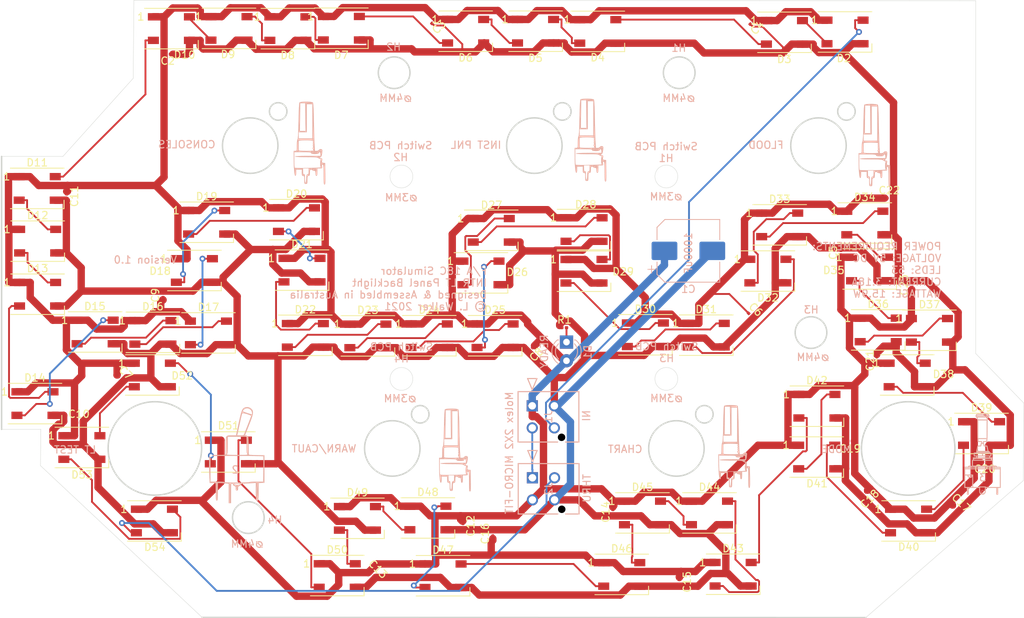
<source format=kicad_pcb>
(kicad_pcb (version 20171130) (host pcbnew "(5.1.6)-1")
  (layers (0 F.Cu signal) (31 B.Cu signal) (34 B.Paste user) (35 F.Paste user) (36 B.SilkS user) (37 F.SilkS user) (38 B.Mask user) (39 F.Mask user) (44 Edge.Cuts user))
  (net 0 "")
  (net 1 /LEDGND)
  (net 2 /LED+5V)
  (net 3 "Net-(D1-Pad1)")
  (net 4 "Net-(D2-Pad2)")
  (net 5 /DATAIN)
  (net 6 "Net-(D3-Pad2)")
  (net 7 "Net-(D4-Pad2)")
  (net 8 "Net-(D5-Pad2)")
  (net 9 "Net-(D6-Pad2)")
  (net 10 "Net-(D7-Pad2)")
  (net 11 "Net-(D8-Pad2)")
  (net 12 "Net-(D10-Pad4)")
  (net 13 "Net-(D10-Pad2)")
  (net 14 "Net-(D11-Pad2)")
  (net 15 "Net-(D12-Pad2)")
  (net 16 "Net-(D14-Pad2)")
  (net 17 "Net-(D15-Pad2)")
  (net 18 "Net-(D16-Pad2)")
  (net 19 "Net-(D17-Pad2)")
  (net 20 "Net-(D18-Pad2)")
  (net 21 "Net-(D19-Pad2)")
  (net 22 "Net-(D20-Pad2)")
  (net 23 "Net-(D21-Pad2)")
  (net 24 "Net-(D22-Pad2)")
  (net 25 "Net-(D23-Pad2)")
  (net 26 "Net-(D24-Pad2)")
  (net 27 "Net-(D26-Pad2)")
  (net 28 "Net-(D27-Pad2)")
  (net 29 "Net-(D28-Pad2)")
  (net 30 "Net-(D29-Pad2)")
  (net 31 "Net-(D30-Pad2)")
  (net 32 "Net-(D31-Pad2)")
  (net 33 "Net-(D32-Pad2)")
  (net 34 "Net-(D33-Pad2)")
  (net 35 "Net-(D34-Pad2)")
  (net 36 "Net-(D35-Pad2)")
  (net 37 "Net-(D36-Pad2)")
  (net 38 /DATAOUT)
  (net 39 /DATALOOP)
  (net 40 "Net-(D38-Pad2)")
  (net 41 "Net-(D39-Pad2)")
  (net 42 "Net-(D40-Pad2)")
  (net 43 "Net-(D41-Pad2)")
  (net 44 "Net-(D42-Pad2)")
  (net 45 "Net-(D43-Pad2)")
  (net 46 "Net-(D44-Pad2)")
  (net 47 "Net-(D45-Pad2)")
  (net 48 "Net-(D46-Pad2)")
  (net 49 "Net-(D47-Pad2)")
  (net 50 "Net-(D48-Pad2)")
  (net 51 "Net-(D50-Pad2)")
  (net 52 "Net-(D51-Pad2)")
  (net 53 "Net-(D52-Pad2)")
  (net 54 "Net-(D53-Pad2)")
  (net 55 "Net-(D13-Pad2)")
  (net 56 "Net-(D25-Pad2)")
  (net 57 "Net-(D37-Pad2)")
  (net 58 "Net-(D49-Pad2)")
  (module Capacitor_SMD:C_0201_0603Metric (layer F.Cu) (at 163.3474 85.7402 90)
    (fp_text reference C23 (at 0 -1.05 90) (layer F.SilkS))
    (fp_text value C)
    (pad 2 smd roundrect (at 0.32 0 90) (size 0.46 0.4) (layers F.Cu F.Mask) (net 1 /LEDGND))
    (pad 1 smd roundrect (at -0.32 0 90) (size 0.46 0.4) (layers F.Cu F.Mask) (net 2 /LED+5V))
  )
  (module Capacitor_SMD:C_0201_0603Metric (layer F.Cu) (at 160.2994 73.9394)
    (fp_text reference C22 (at 0 -1.05) (layer F.SilkS))
    (fp_text value C)
    (pad 2 smd roundrect (at 0.32 0) (size 0.46 0.4) (layers F.Cu F.Mask) (net 1 /LEDGND))
    (pad 1 smd roundrect (at -0.32 0) (size 0.46 0.4) (layers F.Cu F.Mask) (net 2 /LED+5V))
  )
  (module Capacitor_SMD:C_0201_0603Metric (layer F.Cu) (at 158.5976 95.7986 90)
    (fp_text reference C21 (at -0.2134 -0.9144 90) (layer F.SilkS))
    (fp_text value C)
    (pad 2 smd roundrect (at 0.32 0 90) (size 0.46 0.4) (layers F.Cu F.Mask) (net 1 /LEDGND))
    (pad 1 smd roundrect (at -0.32 0 90) (size 0.46 0.4) (layers F.Cu F.Mask) (net 2 /LED+5V))
  )
  (module Capacitor_SMD:C_0201_0603Metric (layer F.Cu) (at 173.2788 109.8296)
    (fp_text reference C20 (at 0 0.9144) (layer F.SilkS))
    (fp_text value C)
    (pad 2 smd roundrect (at 0.32 0) (size 0.46 0.4) (layers F.Cu F.Mask) (net 1 /LEDGND))
    (pad 1 smd roundrect (at -0.32 0) (size 0.46 0.4) (layers F.Cu F.Mask) (net 2 /LED+5V))
  )
  (module Capacitor_SMD:C_0201_0603Metric (layer F.Cu) (at 154.9654 106.934 180)
    (fp_text reference C19 (at 0 -1.05) (layer F.SilkS))
    (fp_text value C)
    (pad 2 smd roundrect (at 0.32 0 180) (size 0.46 0.4) (layers F.Cu F.Mask) (net 1 /LEDGND))
    (pad 1 smd roundrect (at -0.32 0 180) (size 0.46 0.4) (layers F.Cu F.Mask) (net 2 /LED+5V))
  )
  (module Capacitor_SMD:C_0201_0603Metric (layer F.Cu) (at 156.893474 114.073726 225)
    (fp_text reference C18 (at 0 -1.05 45) (layer F.SilkS))
    (fp_text value C)
    (pad 2 smd roundrect (at 0.32 0 225) (size 0.46 0.4) (layers F.Cu F.Mask) (net 1 /LEDGND))
    (pad 1 smd roundrect (at -0.32 0 225) (size 0.46 0.4) (layers F.Cu F.Mask) (net 2 /LED+5V))
  )
  (module Capacitor_SMD:C_0201_0603Metric (layer F.Cu) (at 169.3164 116.078 315)
    (fp_text reference C17 (at 0 -1.05 135) (layer F.SilkS))
    (fp_text value C)
    (pad 2 smd roundrect (at 0.32 0 315) (size 0.46 0.4) (layers F.Cu F.Mask) (net 1 /LEDGND))
    (pad 1 smd roundrect (at -0.32 0 315) (size 0.46 0.4) (layers F.Cu F.Mask) (net 2 /LED+5V))
  )
  (module Capacitor_SMD:C_0201_0603Metric (layer F.Cu) (at 106.426 119.5222 90)
    (fp_text reference C16 (at 0 -1.05 90) (layer F.SilkS))
    (fp_text value C)
    (pad 2 smd roundrect (at 0.32 0 90) (size 0.46 0.4) (layers F.Cu F.Mask) (net 1 /LEDGND))
    (pad 1 smd roundrect (at -0.32 0 90) (size 0.46 0.4) (layers F.Cu F.Mask) (net 2 /LED+5V))
  )
  (module Capacitor_SMD:C_0201_0603Metric (layer F.Cu) (at 131.7752 126.0856 270)
    (fp_text reference C15 (at 0 -1.05 90) (layer F.SilkS))
    (fp_text value C)
    (pad 2 smd roundrect (at 0.32 0 270) (size 0.46 0.4) (layers F.Cu F.Mask) (net 1 /LEDGND))
    (pad 1 smd roundrect (at -0.32 0 270) (size 0.46 0.4) (layers F.Cu F.Mask) (net 2 /LED+5V))
  )
  (module Capacitor_SMD:C_0201_0603Metric (layer F.Cu) (at 122.7328 116.5606 270)
    (fp_text reference C14 (at 0.0254 0.9652 90) (layer F.SilkS))
    (fp_text value C)
    (pad 2 smd roundrect (at 0.32 0 270) (size 0.46 0.4) (layers F.Cu F.Mask) (net 1 /LEDGND))
    (pad 1 smd roundrect (at -0.32 0 270) (size 0.46 0.4) (layers F.Cu F.Mask) (net 2 /LED+5V))
  )
  (module Capacitor_SMD:C_0201_0603Metric (layer F.Cu) (at 90.0684 125.095 315)
    (fp_text reference C13 (at 0 -1.05 135) (layer F.SilkS))
    (fp_text value C)
    (pad 2 smd roundrect (at 0.32 0 315) (size 0.46 0.4) (layers F.Cu F.Mask) (net 1 /LEDGND))
    (pad 1 smd roundrect (at -0.32 0 315) (size 0.46 0.4) (layers F.Cu F.Mask) (net 2 /LED+5V))
  )
  (module Capacitor_SMD:C_0201_0603Metric (layer F.Cu) (at 102.362 118.4656 270)
    (fp_text reference C12 (at 0 -1.05 90) (layer F.SilkS))
    (fp_text value C)
    (pad 2 smd roundrect (at 0.32 0 270) (size 0.46 0.4) (layers F.Cu F.Mask) (net 1 /LEDGND))
    (pad 1 smd roundrect (at -0.32 0 270) (size 0.46 0.4) (layers F.Cu F.Mask) (net 2 /LED+5V))
  )
  (module Capacitor_SMD:C_0201_0603Metric (layer F.Cu) (at 48.514 73.6854 270)
    (fp_text reference C11 (at 0 -1.05 90) (layer F.SilkS))
    (fp_text value C)
    (pad 2 smd roundrect (at 0.32 0 270) (size 0.46 0.4) (layers F.Cu F.Mask) (net 1 /LEDGND))
    (pad 1 smd roundrect (at -0.32 0 270) (size 0.46 0.4) (layers F.Cu F.Mask) (net 2 /LED+5V))
  )
  (module Capacitor_SMD:C_0201_0603Metric (layer F.Cu) (at 50.1904 104.4448)
    (fp_text reference C10 (at 0 -1.1684) (layer F.SilkS))
    (fp_text value C)
    (pad 2 smd roundrect (at 0.32 0) (size 0.46 0.4) (layers F.Cu F.Mask) (net 1 /LEDGND))
    (pad 1 smd roundrect (at -0.32 0) (size 0.46 0.4) (layers F.Cu F.Mask) (net 2 /LED+5V))
  )
  (module Capacitor_SMD:C_0201_0603Metric (layer F.Cu) (at 61.6204 87.1372 90)
    (fp_text reference C9 (at 0 -1.05 90) (layer F.SilkS))
    (fp_text value C)
    (pad 2 smd roundrect (at 0.32 0 90) (size 0.46 0.4) (layers F.Cu F.Mask) (net 1 /LEDGND))
    (pad 1 smd roundrect (at -0.32 0 90) (size 0.46 0.4) (layers F.Cu F.Mask) (net 2 /LED+5V))
  )
  (module Capacitor_SMD:C_0201_0603Metric (layer F.Cu) (at 111.6076 94.4626 225)
    (fp_text reference C8 (at 0 -1.05 45) (layer F.SilkS))
    (fp_text value C)
    (pad 2 smd roundrect (at 0.32 0 225) (size 0.46 0.4) (layers F.Cu F.Mask) (net 1 /LEDGND))
    (pad 1 smd roundrect (at -0.32 0 225) (size 0.46 0.4) (layers F.Cu F.Mask) (net 2 /LED+5V))
  )
  (module Capacitor_SMD:C_0201_0603Metric (layer F.Cu) (at 55.793752 98.414952 315)
    (fp_text reference C7 (at 0 -1.05 135) (layer F.SilkS))
    (fp_text value C)
    (pad 1 smd roundrect (at -0.32 0 315) (size 0.46 0.4) (layers F.Cu F.Mask) (net 2 /LED+5V))
    (pad 2 smd roundrect (at 0.32 0 315) (size 0.46 0.4) (layers F.Cu F.Mask) (net 1 /LEDGND))
  )
  (module Capacitor_SMD:C_0201_0603Metric (layer F.Cu) (at 141.4018 89.8144 315)
    (fp_text reference C6 (at 0 -1.05 135) (layer F.SilkS))
    (fp_text value C)
    (pad 2 smd roundrect (at 0.32 0 315) (size 0.46 0.4) (layers F.Cu F.Mask) (net 1 /LEDGND))
    (pad 1 smd roundrect (at -0.32 0 315) (size 0.46 0.4) (layers F.Cu F.Mask) (net 2 /LED+5V))
  )
  (module Capacitor_SMD:C_0201_0603Metric (layer F.Cu) (at 153.7208 81.346 90)
    (fp_text reference C5 (at 0 -1.05 90) (layer F.SilkS))
    (fp_text value C)
    (pad 2 smd roundrect (at 0.32 0 90) (size 0.46 0.4) (layers F.Cu F.Mask) (net 1 /LEDGND))
    (pad 1 smd roundrect (at -0.32 0 90) (size 0.46 0.4) (layers F.Cu F.Mask) (net 2 /LED+5V))
  )
  (module Capacitor_SMD:C_0201_0603Metric (layer F.Cu) (at 141.6304 50.0634 225)
    (fp_text reference C4 (at 0 -1.05 45) (layer F.SilkS))
    (fp_text value C)
    (pad 2 smd roundrect (at 0.32 0 225) (size 0.46 0.4) (layers F.Cu F.Mask) (net 1 /LEDGND))
    (pad 1 smd roundrect (at -0.32 0 225) (size 0.46 0.4) (layers F.Cu F.Mask) (net 2 /LED+5V))
  )
  (module Capacitor_SMD:C_0201_0603Metric (layer F.Cu) (at 98.376526 49.959474 225)
    (fp_text reference C3 (at 0 -1.05 45) (layer F.SilkS))
    (fp_text value C)
    (pad 2 smd roundrect (at 0.32 0 225) (size 0.46 0.4) (layers F.Cu F.Mask) (net 1 /LEDGND))
    (pad 1 smd roundrect (at -0.32 0 225) (size 0.46 0.4) (layers F.Cu F.Mask) (net 2 /LED+5V))
  )
  (module Capacitor_SMD:C_0201_0603Metric (layer F.Cu) (at 62.3062 54.3814)
    (fp_text reference C2 (at -0.0508 0.9144) (layer F.SilkS))
    (fp_text value C)
    (pad 2 smd roundrect (at 0.32 0) (size 0.46 0.4) (layers F.Cu F.Mask) (net 1 /LEDGND))
    (pad 1 smd roundrect (at -0.32 0) (size 0.46 0.4) (layers F.Cu F.Mask) (net 2 /LED+5V))
  )
  (module LED_SMD:LED_WS2812B_PLCC4_5.0x5.0mm_P3.2mm (layer F.Cu) (at 60.4404 117.805)
    (fp_text reference D54 (at 0.0624 3.5562) (layer F.SilkS))
    (fp_text value WS2812B)
    (fp_text user 1 (at -4.15 -1.6) (layer F.SilkS))
    (pad 1 smd rect (at -2.45 -1.6) (size 1.5 1) (layers F.Cu F.Paste F.Mask) (net 2 /LED+5V))
    (pad 2 smd rect (at -2.45 1.6) (size 1.5 1) (layers F.Cu F.Paste F.Mask) (net 38 /DATAOUT))
    (pad 4 smd rect (at 2.45 -1.6) (size 1.5 1) (layers F.Cu F.Paste F.Mask) (net 54 "Net-(D53-Pad2)"))
    (pad 3 smd rect (at 2.45 1.6) (size 1.5 1) (layers F.Cu F.Paste F.Mask) (net 1 /LEDGND))
  )
  (module "Kicad Footprint Files:631HToggle" (layer B.Cu) (at 71.6788 108.839 180)
    (fp_text reference G*** hide)
    (fp_text value LOGO hide)
  )
  (module "Kicad Footprint Files:S3ALToggle" (layer B.Cu) (at 173.101 108.839 180)
    (fp_text reference G*** hide)
    (fp_text value LOGO hide)
    (fp_text user 3 (at 0.125 -3.075) (layer B.SilkS) (effects (justify mirror)))
  )
  (module "Kicad Footprint Files:BR10KPot" (layer B.Cu) (at 139.192 107.6452 180)
    (fp_text reference G*** hide)
    (fp_text value LOGO hide)
  )
  (module "Kicad Footprint Files:BR10KPot" (layer B.Cu) (at 101.2444 108.1278 180)
    (fp_text reference G*** hide)
    (fp_text value LOGO hide)
  )
  (module "Kicad Footprint Files:BR10KPot" (layer B.Cu) (at 158.242 66.7258 180)
    (fp_text reference G*** hide)
    (fp_text value LOGO hide)
  )
  (module "Kicad Footprint Files:BR10KPot" (layer B.Cu) (at 119.6594 66.0146 180)
    (fp_text reference G*** hide)
    (fp_text value LOGO hide)
  )
  (module "Kicad Footprint Files:BR10KPot" (layer B.Cu) (at 81.4832 66.421 180)
    (fp_text reference G*** hide)
    (fp_text value LOGO hide)
  )
  (module LED_SMD:LED_WS2812B_PLCC4_5.0x5.0mm_P3.2mm (layer F.Cu) (at 50.583 107.823)
    (fp_text reference D53 (at 0.0138 3.7084) (layer F.SilkS))
    (fp_text value WS2812B)
    (fp_text user 1 (at -4.15 -1.6) (layer F.SilkS))
    (pad 1 smd rect (at -2.45 -1.6) (size 1.5 1) (layers F.Cu F.Paste F.Mask) (net 2 /LED+5V))
    (pad 2 smd rect (at -2.45 1.6) (size 1.5 1) (layers F.Cu F.Paste F.Mask) (net 54 "Net-(D53-Pad2)"))
    (pad 4 smd rect (at 2.45 -1.6) (size 1.5 1) (layers F.Cu F.Paste F.Mask) (net 53 "Net-(D52-Pad2)"))
    (pad 3 smd rect (at 2.45 1.6) (size 1.5 1) (layers F.Cu F.Paste F.Mask) (net 1 /LEDGND))
  )
  (module LED_SMD:LED_WS2812B_PLCC4_5.0x5.0mm_P3.2mm (layer F.Cu) (at 60.161 97.9676)
    (fp_text reference D52 (at 4.0502 0.1018) (layer F.SilkS))
    (fp_text value WS2812B)
    (fp_text user 1 (at -4.15 -1.6) (layer F.SilkS))
    (pad 1 smd rect (at -2.45 -1.6) (size 1.5 1) (layers F.Cu F.Paste F.Mask) (net 2 /LED+5V))
    (pad 2 smd rect (at -2.45 1.6) (size 1.5 1) (layers F.Cu F.Paste F.Mask) (net 53 "Net-(D52-Pad2)"))
    (pad 4 smd rect (at 2.45 -1.6) (size 1.5 1) (layers F.Cu F.Paste F.Mask) (net 52 "Net-(D51-Pad2)"))
    (pad 3 smd rect (at 2.45 1.6) (size 1.5 1) (layers F.Cu F.Paste F.Mask) (net 1 /LEDGND))
  )
  (module LED_SMD:LED_WS2812B_PLCC4_5.0x5.0mm_P3.2mm (layer F.Cu) (at 70.485 108.433)
    (fp_text reference D51 (at 0.0254 -3.5818) (layer F.SilkS))
    (fp_text value WS2812B)
    (fp_text user 1 (at -4.15 -1.6) (layer F.SilkS))
    (pad 1 smd rect (at -2.45 -1.6) (size 1.5 1) (layers F.Cu F.Paste F.Mask) (net 2 /LED+5V))
    (pad 2 smd rect (at -2.45 1.6) (size 1.5 1) (layers F.Cu F.Paste F.Mask) (net 52 "Net-(D51-Pad2)"))
    (pad 4 smd rect (at 2.45 -1.6) (size 1.5 1) (layers F.Cu F.Paste F.Mask) (net 51 "Net-(D50-Pad2)"))
    (pad 3 smd rect (at 2.45 1.6) (size 1.5 1) (layers F.Cu F.Paste F.Mask) (net 1 /LEDGND))
  )
  (module LED_SMD:LED_WS2812B_PLCC4_5.0x5.0mm_P3.2mm (layer F.Cu) (at 85.2816 125.222)
    (fp_text reference D50 (at 0 -3.5) (layer F.SilkS))
    (fp_text value WS2812B)
    (fp_text user 1 (at -4.15 -1.6) (layer F.SilkS))
    (pad 1 smd rect (at -2.45 -1.6) (size 1.5 1) (layers F.Cu F.Paste F.Mask) (net 2 /LED+5V))
    (pad 2 smd rect (at -2.45 1.6) (size 1.5 1) (layers F.Cu F.Paste F.Mask) (net 51 "Net-(D50-Pad2)"))
    (pad 4 smd rect (at 2.45 -1.6) (size 1.5 1) (layers F.Cu F.Paste F.Mask) (net 58 "Net-(D49-Pad2)"))
    (pad 3 smd rect (at 2.45 1.6) (size 1.5 1) (layers F.Cu F.Paste F.Mask) (net 1 /LEDGND))
  )
  (module LED_SMD:LED_WS2812B_PLCC4_5.0x5.0mm_P3.2mm (layer F.Cu) (at 88.0248 117.449)
    (fp_text reference D49 (at 0 -3.5) (layer F.SilkS))
    (fp_text value WS2812B)
    (fp_text user 1 (at -4.15 -1.6) (layer F.SilkS))
    (pad 1 smd rect (at -2.45 -1.6) (size 1.5 1) (layers F.Cu F.Paste F.Mask) (net 2 /LED+5V))
    (pad 2 smd rect (at -2.45 1.6) (size 1.5 1) (layers F.Cu F.Paste F.Mask) (net 58 "Net-(D49-Pad2)"))
    (pad 4 smd rect (at 2.45 -1.6) (size 1.5 1) (layers F.Cu F.Paste F.Mask) (net 50 "Net-(D48-Pad2)"))
    (pad 3 smd rect (at 2.45 1.6) (size 1.5 1) (layers F.Cu F.Paste F.Mask) (net 1 /LEDGND))
  )
  (module LED_SMD:LED_WS2812B_PLCC4_5.0x5.0mm_P3.2mm (layer F.Cu) (at 97.6006 117.399)
    (fp_text reference D48 (at 0 -3.5) (layer F.SilkS))
    (fp_text value WS2812B)
    (fp_text user 1 (at -4.15 -1.6) (layer F.SilkS))
    (pad 1 smd rect (at -2.45 -1.6) (size 1.5 1) (layers F.Cu F.Paste F.Mask) (net 2 /LED+5V))
    (pad 2 smd rect (at -2.45 1.6) (size 1.5 1) (layers F.Cu F.Paste F.Mask) (net 50 "Net-(D48-Pad2)"))
    (pad 4 smd rect (at 2.45 -1.6) (size 1.5 1) (layers F.Cu F.Paste F.Mask) (net 49 "Net-(D47-Pad2)"))
    (pad 3 smd rect (at 2.45 1.6) (size 1.5 1) (layers F.Cu F.Paste F.Mask) (net 1 /LEDGND))
  )
  (module LED_SMD:LED_WS2812B_PLCC4_5.0x5.0mm_P3.2mm (layer F.Cu) (at 99.658 125.247)
    (fp_text reference D47 (at 0 -3.5) (layer F.SilkS))
    (fp_text value WS2812B)
    (fp_text user 1 (at -4.15 -1.6) (layer F.SilkS))
    (pad 1 smd rect (at -2.45 -1.6) (size 1.5 1) (layers F.Cu F.Paste F.Mask) (net 2 /LED+5V))
    (pad 2 smd rect (at -2.45 1.6) (size 1.5 1) (layers F.Cu F.Paste F.Mask) (net 49 "Net-(D47-Pad2)"))
    (pad 4 smd rect (at 2.45 -1.6) (size 1.5 1) (layers F.Cu F.Paste F.Mask) (net 48 "Net-(D46-Pad2)"))
    (pad 3 smd rect (at 2.45 1.6) (size 1.5 1) (layers F.Cu F.Paste F.Mask) (net 1 /LEDGND))
  )
  (module LED_SMD:LED_WS2812B_PLCC4_5.0x5.0mm_P3.2mm (layer F.Cu) (at 123.94 125.069)
    (fp_text reference D46 (at 0 -3.5) (layer F.SilkS))
    (fp_text value WS2812B)
    (fp_text user 1 (at -4.15 -1.6) (layer F.SilkS))
    (pad 1 smd rect (at -2.45 -1.6) (size 1.5 1) (layers F.Cu F.Paste F.Mask) (net 2 /LED+5V))
    (pad 2 smd rect (at -2.45 1.6) (size 1.5 1) (layers F.Cu F.Paste F.Mask) (net 48 "Net-(D46-Pad2)"))
    (pad 4 smd rect (at 2.45 -1.6) (size 1.5 1) (layers F.Cu F.Paste F.Mask) (net 47 "Net-(D45-Pad2)"))
    (pad 3 smd rect (at 2.45 1.6) (size 1.5 1) (layers F.Cu F.Paste F.Mask) (net 1 /LEDGND))
  )
  (module LED_SMD:LED_WS2812B_PLCC4_5.0x5.0mm_P3.2mm (layer F.Cu) (at 126.76 116.713)
    (fp_text reference D45 (at 0 -3.5) (layer F.SilkS))
    (fp_text value WS2812B)
    (fp_text user 1 (at -4.15 -1.6) (layer F.SilkS))
    (pad 1 smd rect (at -2.45 -1.6) (size 1.5 1) (layers F.Cu F.Paste F.Mask) (net 2 /LED+5V))
    (pad 2 smd rect (at -2.45 1.6) (size 1.5 1) (layers F.Cu F.Paste F.Mask) (net 47 "Net-(D45-Pad2)"))
    (pad 4 smd rect (at 2.45 -1.6) (size 1.5 1) (layers F.Cu F.Paste F.Mask) (net 46 "Net-(D44-Pad2)"))
    (pad 3 smd rect (at 2.45 1.6) (size 1.5 1) (layers F.Cu F.Paste F.Mask) (net 1 /LEDGND))
  )
  (module LED_SMD:LED_WS2812B_PLCC4_5.0x5.0mm_P3.2mm (layer F.Cu) (at 135.865 116.713)
    (fp_text reference D44 (at 0 -3.5) (layer F.SilkS))
    (fp_text value WS2812B)
    (fp_text user 1 (at -4.15 -1.6) (layer F.SilkS))
    (pad 1 smd rect (at -2.45 -1.6) (size 1.5 1) (layers F.Cu F.Paste F.Mask) (net 2 /LED+5V))
    (pad 2 smd rect (at -2.45 1.6) (size 1.5 1) (layers F.Cu F.Paste F.Mask) (net 46 "Net-(D44-Pad2)"))
    (pad 4 smd rect (at 2.45 -1.6) (size 1.5 1) (layers F.Cu F.Paste F.Mask) (net 45 "Net-(D43-Pad2)"))
    (pad 3 smd rect (at 2.45 1.6) (size 1.5 1) (layers F.Cu F.Paste F.Mask) (net 1 /LEDGND))
  )
  (module LED_SMD:LED_WS2812B_PLCC4_5.0x5.0mm_P3.2mm (layer F.Cu) (at 139.079 125.044)
    (fp_text reference D43 (at 0 -3.5) (layer F.SilkS))
    (fp_text value WS2812B)
    (fp_text user 1 (at -4.15 -1.6) (layer F.SilkS))
    (pad 1 smd rect (at -2.45 -1.6) (size 1.5 1) (layers F.Cu F.Paste F.Mask) (net 2 /LED+5V))
    (pad 2 smd rect (at -2.45 1.6) (size 1.5 1) (layers F.Cu F.Paste F.Mask) (net 45 "Net-(D43-Pad2)"))
    (pad 4 smd rect (at 2.45 -1.6) (size 1.5 1) (layers F.Cu F.Paste F.Mask) (net 44 "Net-(D42-Pad2)"))
    (pad 3 smd rect (at 2.45 1.6) (size 1.5 1) (layers F.Cu F.Paste F.Mask) (net 1 /LEDGND))
  )
  (module LED_SMD:LED_WS2812B_PLCC4_5.0x5.0mm_P3.2mm (layer F.Cu) (at 150.458 102.21)
    (fp_text reference D42 (at 0 -3.5) (layer F.SilkS))
    (fp_text value WS2812B)
    (fp_text user 1 (at -4.15 -1.6) (layer F.SilkS))
    (pad 1 smd rect (at -2.45 -1.6) (size 1.5 1) (layers F.Cu F.Paste F.Mask) (net 2 /LED+5V))
    (pad 2 smd rect (at -2.45 1.6) (size 1.5 1) (layers F.Cu F.Paste F.Mask) (net 44 "Net-(D42-Pad2)"))
    (pad 4 smd rect (at 2.45 -1.6) (size 1.5 1) (layers F.Cu F.Paste F.Mask) (net 43 "Net-(D41-Pad2)"))
    (pad 3 smd rect (at 2.45 1.6) (size 1.5 1) (layers F.Cu F.Paste F.Mask) (net 1 /LEDGND))
  )
  (module LED_SMD:LED_WS2812B_PLCC4_5.0x5.0mm_P3.2mm (layer F.Cu) (at 150.433 109.119)
    (fp_text reference D41 (at 0.0372 3.607) (layer F.SilkS))
    (fp_text value WS2812B)
    (fp_text user 1 (at -4.15 -1.6) (layer F.SilkS))
    (pad 1 smd rect (at -2.45 -1.6) (size 1.5 1) (layers F.Cu F.Paste F.Mask) (net 2 /LED+5V))
    (pad 2 smd rect (at -2.45 1.6) (size 1.5 1) (layers F.Cu F.Paste F.Mask) (net 43 "Net-(D41-Pad2)"))
    (pad 4 smd rect (at 2.45 -1.6) (size 1.5 1) (layers F.Cu F.Paste F.Mask) (net 42 "Net-(D40-Pad2)"))
    (pad 3 smd rect (at 2.45 1.6) (size 1.5 1) (layers F.Cu F.Paste F.Mask) (net 1 /LEDGND))
  )
  (module LED_SMD:LED_WS2812B_PLCC4_5.0x5.0mm_P3.2mm (layer F.Cu) (at 162.916 117.805)
    (fp_text reference D40 (at 0.025 3.5308) (layer F.SilkS))
    (fp_text value WS2812B)
    (fp_text user 1 (at -4.15 -1.6) (layer F.SilkS))
    (pad 1 smd rect (at -2.45 -1.6) (size 1.5 1) (layers F.Cu F.Paste F.Mask) (net 2 /LED+5V))
    (pad 2 smd rect (at -2.45 1.6) (size 1.5 1) (layers F.Cu F.Paste F.Mask) (net 42 "Net-(D40-Pad2)"))
    (pad 4 smd rect (at 2.45 -1.6) (size 1.5 1) (layers F.Cu F.Paste F.Mask) (net 41 "Net-(D39-Pad2)"))
    (pad 3 smd rect (at 2.45 1.6) (size 1.5 1) (layers F.Cu F.Paste F.Mask) (net 1 /LEDGND))
  )
  (module LED_SMD:LED_WS2812B_PLCC4_5.0x5.0mm_P3.2mm (layer F.Cu) (at 172.835 105.918)
    (fp_text reference D39 (at 0 -3.5) (layer F.SilkS))
    (fp_text value WS2812B)
    (fp_text user 1 (at -4.15 -1.6) (layer F.SilkS))
    (pad 1 smd rect (at -2.45 -1.6) (size 1.5 1) (layers F.Cu F.Paste F.Mask) (net 2 /LED+5V))
    (pad 2 smd rect (at -2.45 1.6) (size 1.5 1) (layers F.Cu F.Paste F.Mask) (net 41 "Net-(D39-Pad2)"))
    (pad 4 smd rect (at 2.45 -1.6) (size 1.5 1) (layers F.Cu F.Paste F.Mask) (net 40 "Net-(D38-Pad2)"))
    (pad 3 smd rect (at 2.45 1.6) (size 1.5 1) (layers F.Cu F.Paste F.Mask) (net 1 /LEDGND))
  )
  (module LED_SMD:LED_WS2812B_PLCC4_5.0x5.0mm_P3.2mm (layer F.Cu) (at 162.726 97.9676)
    (fp_text reference D38 (at 4.9394 -0.1014) (layer F.SilkS))
    (fp_text value WS2812B)
    (fp_text user 1 (at -4.15 -1.6) (layer F.SilkS))
    (pad 1 smd rect (at -2.45 -1.6) (size 1.5 1) (layers F.Cu F.Paste F.Mask) (net 2 /LED+5V))
    (pad 2 smd rect (at -2.45 1.6) (size 1.5 1) (layers F.Cu F.Paste F.Mask) (net 40 "Net-(D38-Pad2)"))
    (pad 4 smd rect (at 2.45 -1.6) (size 1.5 1) (layers F.Cu F.Paste F.Mask) (net 57 "Net-(D37-Pad2)"))
    (pad 3 smd rect (at 2.45 1.6) (size 1.5 1) (layers F.Cu F.Paste F.Mask) (net 1 /LEDGND))
  )
  (module Resistor_SMD:R_0201_0603Metric (layer F.Cu) (at 116.114 91.5416 180)
    (fp_text reference R1 (at -0.0402 1.0668) (layer F.SilkS))
    (fp_text value R)
    (pad 2 smd roundrect (at 0.32 0 180) (size 0.46 0.4) (layers F.Cu F.Mask) (net 1 /LEDGND))
    (pad 1 smd roundrect (at -0.32 0 180) (size 0.46 0.4) (layers F.Cu F.Mask) (net 3 "Net-(D1-Pad1)"))
  )
  (module footprints:Molex_MicroFit_2X2 (layer B.Cu) (at 111.808 111.938 90)
    (fp_text reference J2 (at -1.495006 2.199999 90) (layer B.SilkS) (effects (justify mirror)))
    (fp_text value Conn_01x04_Female hide)
    (fp_text user * (at 0 0 90) (layer B.SilkS) (effects (justify mirror)))
    (pad 5 np_thru_hole circle (at -4.279999 3.98 90) (size 1.02 1.02) (drill 1.016) (layers))
    (pad 4 thru_hole circle (at -2.999999 2.999999 90) (size 1.52 1.52) (drill 1.016) (layers *.Cu *.Mask) (net 1 /LEDGND))
    (pad 3 thru_hole circle (at 0 2.999999) (size 1.52 1.52) (drill 1.016) (layers *.Cu *.Mask) (net 38 /DATAOUT))
    (pad 2 thru_hole circle (at -2.999999 0 90) (size 1.52 1.52) (drill 1.016) (layers *.Cu *.Mask) (net 2 /LED+5V))
    (pad 1 thru_hole rect (at 0 0) (size 1.52 1.52) (drill 1.016) (layers *.Cu *.Mask) (net 39 /DATALOOP))
  )
  (module footprints:Molex_MicroFit_2X2 (layer B.Cu) (at 111.783 102.159 90)
    (fp_text reference J1 (at -1.495006 2.199999 270) (layer B.SilkS) (effects (justify mirror)))
    (fp_text value Conn_01x04_Female hide)
    (fp_text user * (at 0 0 270) (layer B.SilkS) (effects (justify mirror)))
    (pad 5 np_thru_hole circle (at -4.279999 3.98 90) (size 1.02 1.02) (drill 1.016) (layers))
    (pad 4 thru_hole circle (at -2.999999 2.999999 90) (size 1.52 1.52) (drill 1.016) (layers *.Cu *.Mask) (net 5 /DATAIN))
    (pad 3 thru_hole circle (at 0 2.999999) (size 1.52 1.52) (drill 1.016) (layers *.Cu *.Mask) (net 1 /LEDGND))
    (pad 2 thru_hole circle (at -2.999999 0 90) (size 1.52 1.52) (drill 1.016) (layers *.Cu *.Mask) (net 39 /DATALOOP))
    (pad 1 thru_hole rect (at 0 0) (size 1.52 1.52) (drill 1.016) (layers *.Cu *.Mask) (net 2 /LED+5V))
  )
  (module LED_SMD:LED_WS2812B_PLCC4_5.0x5.0mm_P3.2mm (layer F.Cu) (at 165.749 91.8974)
    (fp_text reference D37 (at 0 -3.5) (layer F.SilkS))
    (fp_text value WS2812B)
    (fp_text user 1 (at -4.15 -1.6) (layer F.SilkS))
    (pad 1 smd rect (at -2.45 -1.6) (size 1.5 1) (layers F.Cu F.Paste F.Mask) (net 2 /LED+5V))
    (pad 2 smd rect (at -2.45 1.6) (size 1.5 1) (layers F.Cu F.Paste F.Mask) (net 57 "Net-(D37-Pad2)"))
    (pad 4 smd rect (at 2.45 -1.6) (size 1.5 1) (layers F.Cu F.Paste F.Mask) (net 37 "Net-(D36-Pad2)"))
    (pad 3 smd rect (at 2.45 1.6) (size 1.5 1) (layers F.Cu F.Paste F.Mask) (net 1 /LEDGND))
  )
  (module LED_SMD:LED_WS2812B_PLCC4_5.0x5.0mm_P3.2mm (layer F.Cu) (at 158.789 91.8462)
    (fp_text reference D36 (at 0 -3.5) (layer F.SilkS))
    (fp_text value WS2812B)
    (fp_text user 1 (at -4.15 -1.6) (layer F.SilkS))
    (pad 1 smd rect (at -2.45 -1.6) (size 1.5 1) (layers F.Cu F.Paste F.Mask) (net 2 /LED+5V))
    (pad 2 smd rect (at -2.45 1.6) (size 1.5 1) (layers F.Cu F.Paste F.Mask) (net 37 "Net-(D36-Pad2)"))
    (pad 4 smd rect (at 2.45 -1.6) (size 1.5 1) (layers F.Cu F.Paste F.Mask) (net 36 "Net-(D35-Pad2)"))
    (pad 3 smd rect (at 2.45 1.6) (size 1.5 1) (layers F.Cu F.Paste F.Mask) (net 1 /LEDGND))
  )
  (module LED_SMD:LED_WS2812B_PLCC4_5.0x5.0mm_P3.2mm (layer F.Cu) (at 157.621 83.5658)
    (fp_text reference D35 (at -4.8654 0.178) (layer F.SilkS))
    (fp_text value WS2812B)
    (fp_text user 1 (at -4.15 -1.6) (layer F.SilkS))
    (pad 1 smd rect (at -2.45 -1.6) (size 1.5 1) (layers F.Cu F.Paste F.Mask) (net 2 /LED+5V))
    (pad 2 smd rect (at -2.45 1.6) (size 1.5 1) (layers F.Cu F.Paste F.Mask) (net 36 "Net-(D35-Pad2)"))
    (pad 4 smd rect (at 2.45 -1.6) (size 1.5 1) (layers F.Cu F.Paste F.Mask) (net 35 "Net-(D34-Pad2)"))
    (pad 3 smd rect (at 2.45 1.6) (size 1.5 1) (layers F.Cu F.Paste F.Mask) (net 1 /LEDGND))
  )
  (module LED_SMD:LED_WS2812B_PLCC4_5.0x5.0mm_P3.2mm (layer F.Cu) (at 156.972 77.3176)
    (fp_text reference D34 (at 0 -3.5) (layer F.SilkS))
    (fp_text value WS2812B)
    (fp_text user 1 (at -4.15 -1.6) (layer F.SilkS))
    (pad 1 smd rect (at -2.45 -1.6) (size 1.5 1) (layers F.Cu F.Paste F.Mask) (net 2 /LED+5V))
    (pad 2 smd rect (at -2.45 1.6) (size 1.5 1) (layers F.Cu F.Paste F.Mask) (net 35 "Net-(D34-Pad2)"))
    (pad 4 smd rect (at 2.45 -1.6) (size 1.5 1) (layers F.Cu F.Paste F.Mask) (net 34 "Net-(D33-Pad2)"))
    (pad 3 smd rect (at 2.45 1.6) (size 1.5 1) (layers F.Cu F.Paste F.Mask) (net 1 /LEDGND))
  )
  (module LED_SMD:LED_WS2812B_PLCC4_5.0x5.0mm_P3.2mm (layer F.Cu) (at 145.403 77.5714)
    (fp_text reference D33 (at 0 -3.5) (layer F.SilkS))
    (fp_text value WS2812B)
    (fp_text user 1 (at -4.15 -1.6) (layer F.SilkS))
    (pad 1 smd rect (at -2.45 -1.6) (size 1.5 1) (layers F.Cu F.Paste F.Mask) (net 2 /LED+5V))
    (pad 2 smd rect (at -2.45 1.6) (size 1.5 1) (layers F.Cu F.Paste F.Mask) (net 34 "Net-(D33-Pad2)"))
    (pad 4 smd rect (at 2.45 -1.6) (size 1.5 1) (layers F.Cu F.Paste F.Mask) (net 33 "Net-(D32-Pad2)"))
    (pad 3 smd rect (at 2.45 1.6) (size 1.5 1) (layers F.Cu F.Paste F.Mask) (net 1 /LEDGND))
  )
  (module LED_SMD:LED_WS2812B_PLCC4_5.0x5.0mm_P3.2mm (layer F.Cu) (at 143.801 83.8452)
    (fp_text reference D32 (at 0 3.6324) (layer F.SilkS))
    (fp_text value WS2812B)
    (fp_text user 1 (at -4.15 -1.6) (layer F.SilkS))
    (pad 1 smd rect (at -2.45 -1.6) (size 1.5 1) (layers F.Cu F.Paste F.Mask) (net 2 /LED+5V))
    (pad 2 smd rect (at -2.45 1.6) (size 1.5 1) (layers F.Cu F.Paste F.Mask) (net 33 "Net-(D32-Pad2)"))
    (pad 4 smd rect (at 2.45 -1.6) (size 1.5 1) (layers F.Cu F.Paste F.Mask) (net 32 "Net-(D31-Pad2)"))
    (pad 3 smd rect (at 2.45 1.6) (size 1.5 1) (layers F.Cu F.Paste F.Mask) (net 1 /LEDGND))
  )
  (module LED_SMD:LED_WS2812B_PLCC4_5.0x5.0mm_P3.2mm (layer F.Cu) (at 135.421 92.5574)
    (fp_text reference D31 (at 0 -3.5) (layer F.SilkS))
    (fp_text value WS2812B)
    (fp_text user 1 (at -4.15 -1.6) (layer F.SilkS))
    (pad 1 smd rect (at -2.45 -1.6) (size 1.5 1) (layers F.Cu F.Paste F.Mask) (net 2 /LED+5V))
    (pad 2 smd rect (at -2.45 1.6) (size 1.5 1) (layers F.Cu F.Paste F.Mask) (net 32 "Net-(D31-Pad2)"))
    (pad 4 smd rect (at 2.45 -1.6) (size 1.5 1) (layers F.Cu F.Paste F.Mask) (net 31 "Net-(D30-Pad2)"))
    (pad 3 smd rect (at 2.45 1.6) (size 1.5 1) (layers F.Cu F.Paste F.Mask) (net 1 /LEDGND))
  )
  (module LED_SMD:LED_WS2812B_PLCC4_5.0x5.0mm_P3.2mm (layer F.Cu) (at 127.152 92.5068)
    (fp_text reference D30 (at 0 -3.5) (layer F.SilkS))
    (fp_text value WS2812B)
    (fp_text user 1 (at -4.15 -1.6) (layer F.SilkS))
    (pad 1 smd rect (at -2.45 -1.6) (size 1.5 1) (layers F.Cu F.Paste F.Mask) (net 2 /LED+5V))
    (pad 2 smd rect (at -2.45 1.6) (size 1.5 1) (layers F.Cu F.Paste F.Mask) (net 31 "Net-(D30-Pad2)"))
    (pad 4 smd rect (at 2.45 -1.6) (size 1.5 1) (layers F.Cu F.Paste F.Mask) (net 30 "Net-(D29-Pad2)"))
    (pad 3 smd rect (at 2.45 1.6) (size 1.5 1) (layers F.Cu F.Paste F.Mask) (net 1 /LEDGND))
  )
  (module LED_SMD:LED_WS2812B_PLCC4_5.0x5.0mm_P3.2mm (layer F.Cu) (at 118.81 83.871)
    (fp_text reference D29 (at 5.3202 0.051) (layer F.SilkS))
    (fp_text value WS2812B)
    (fp_text user 1 (at -4.15 -1.6) (layer F.SilkS))
    (pad 1 smd rect (at -2.45 -1.6) (size 1.5 1) (layers F.Cu F.Paste F.Mask) (net 2 /LED+5V))
    (pad 2 smd rect (at -2.45 1.6) (size 1.5 1) (layers F.Cu F.Paste F.Mask) (net 30 "Net-(D29-Pad2)"))
    (pad 4 smd rect (at 2.45 -1.6) (size 1.5 1) (layers F.Cu F.Paste F.Mask) (net 29 "Net-(D28-Pad2)"))
    (pad 3 smd rect (at 2.45 1.6) (size 1.5 1) (layers F.Cu F.Paste F.Mask) (net 1 /LEDGND))
  )
  (module LED_SMD:LED_WS2812B_PLCC4_5.0x5.0mm_P3.2mm (layer F.Cu) (at 118.821 78.2066)
    (fp_text reference D28 (at 0.2288 -3.4036) (layer F.SilkS))
    (fp_text value WS2812B)
    (fp_text user 1 (at -4.15 -1.6) (layer F.SilkS))
    (pad 1 smd rect (at -2.45 -1.6) (size 1.5 1) (layers F.Cu F.Paste F.Mask) (net 2 /LED+5V))
    (pad 2 smd rect (at -2.45 1.6) (size 1.5 1) (layers F.Cu F.Paste F.Mask) (net 29 "Net-(D28-Pad2)"))
    (pad 4 smd rect (at 2.45 -1.6) (size 1.5 1) (layers F.Cu F.Paste F.Mask) (net 28 "Net-(D27-Pad2)"))
    (pad 3 smd rect (at 2.45 1.6) (size 1.5 1) (layers F.Cu F.Paste F.Mask) (net 1 /LEDGND))
  )
  (module LED_SMD:LED_WS2812B_PLCC4_5.0x5.0mm_P3.2mm (layer F.Cu) (at 106.211 78.308)
    (fp_text reference D27 (at 0.0372 -3.4288) (layer F.SilkS))
    (fp_text value WS2812B)
    (fp_text user 1 (at -4.15 -1.6) (layer F.SilkS))
    (pad 1 smd rect (at -2.45 -1.6) (size 1.5 1) (layers F.Cu F.Paste F.Mask) (net 2 /LED+5V))
    (pad 2 smd rect (at -2.45 1.6) (size 1.5 1) (layers F.Cu F.Paste F.Mask) (net 28 "Net-(D27-Pad2)"))
    (pad 4 smd rect (at 2.45 -1.6) (size 1.5 1) (layers F.Cu F.Paste F.Mask) (net 27 "Net-(D26-Pad2)"))
    (pad 3 smd rect (at 2.45 1.6) (size 1.5 1) (layers F.Cu F.Paste F.Mask) (net 1 /LEDGND))
  )
  (module LED_SMD:LED_WS2812B_PLCC4_5.0x5.0mm_P3.2mm (layer F.Cu) (at 104.812 84.0992)
    (fp_text reference D26 (at 4.9414 -0.1014) (layer F.SilkS))
    (fp_text value WS2812B)
    (fp_text user 1 (at -4.15 -1.6) (layer F.SilkS))
    (pad 1 smd rect (at -2.45 -1.6) (size 1.5 1) (layers F.Cu F.Paste F.Mask) (net 2 /LED+5V))
    (pad 2 smd rect (at -2.45 1.6) (size 1.5 1) (layers F.Cu F.Paste F.Mask) (net 27 "Net-(D26-Pad2)"))
    (pad 4 smd rect (at 2.45 -1.6) (size 1.5 1) (layers F.Cu F.Paste F.Mask) (net 56 "Net-(D25-Pad2)"))
    (pad 3 smd rect (at 2.45 1.6) (size 1.5 1) (layers F.Cu F.Paste F.Mask) (net 1 /LEDGND))
  )
  (module LED_SMD:LED_WS2812B_PLCC4_5.0x5.0mm_P3.2mm (layer F.Cu) (at 106.731 92.6338)
    (fp_text reference D25 (at 0 -3.5) (layer F.SilkS))
    (fp_text value WS2812B)
    (fp_text user 1 (at -4.15 -1.6) (layer F.SilkS))
    (pad 1 smd rect (at -2.45 -1.6) (size 1.5 1) (layers F.Cu F.Paste F.Mask) (net 2 /LED+5V))
    (pad 2 smd rect (at -2.45 1.6) (size 1.5 1) (layers F.Cu F.Paste F.Mask) (net 56 "Net-(D25-Pad2)"))
    (pad 4 smd rect (at 2.45 -1.6) (size 1.5 1) (layers F.Cu F.Paste F.Mask) (net 26 "Net-(D24-Pad2)"))
    (pad 3 smd rect (at 2.45 1.6) (size 1.5 1) (layers F.Cu F.Paste F.Mask) (net 1 /LEDGND))
  )
  (module LED_SMD:LED_WS2812B_PLCC4_5.0x5.0mm_P3.2mm (layer F.Cu) (at 97.79 92.6338)
    (fp_text reference D24 (at 0 -3.5) (layer F.SilkS))
    (fp_text value WS2812B)
    (fp_text user 1 (at -4.15 -1.6) (layer F.SilkS))
    (pad 1 smd rect (at -2.45 -1.6) (size 1.5 1) (layers F.Cu F.Paste F.Mask) (net 2 /LED+5V))
    (pad 2 smd rect (at -2.45 1.6) (size 1.5 1) (layers F.Cu F.Paste F.Mask) (net 26 "Net-(D24-Pad2)"))
    (pad 4 smd rect (at 2.45 -1.6) (size 1.5 1) (layers F.Cu F.Paste F.Mask) (net 25 "Net-(D23-Pad2)"))
    (pad 3 smd rect (at 2.45 1.6) (size 1.5 1) (layers F.Cu F.Paste F.Mask) (net 1 /LEDGND))
  )
  (module LED_SMD:LED_WS2812B_PLCC4_5.0x5.0mm_P3.2mm (layer F.Cu) (at 89.4472 92.659)
    (fp_text reference D23 (at 0 -3.5) (layer F.SilkS))
    (fp_text value WS2812B)
    (fp_text user 1 (at -4.15 -1.6) (layer F.SilkS))
    (pad 1 smd rect (at -2.45 -1.6) (size 1.5 1) (layers F.Cu F.Paste F.Mask) (net 2 /LED+5V))
    (pad 2 smd rect (at -2.45 1.6) (size 1.5 1) (layers F.Cu F.Paste F.Mask) (net 25 "Net-(D23-Pad2)"))
    (pad 4 smd rect (at 2.45 -1.6) (size 1.5 1) (layers F.Cu F.Paste F.Mask) (net 24 "Net-(D22-Pad2)"))
    (pad 3 smd rect (at 2.45 1.6) (size 1.5 1) (layers F.Cu F.Paste F.Mask) (net 1 /LEDGND))
  )
  (module LED_SMD:LED_WS2812B_PLCC4_5.0x5.0mm_P3.2mm (layer F.Cu) (at 80.9498 92.583)
    (fp_text reference D22 (at 0 -3.5) (layer F.SilkS))
    (fp_text value WS2812B)
    (fp_text user 1 (at -4.15 -1.6) (layer F.SilkS))
    (pad 1 smd rect (at -2.45 -1.6) (size 1.5 1) (layers F.Cu F.Paste F.Mask) (net 2 /LED+5V))
    (pad 2 smd rect (at -2.45 1.6) (size 1.5 1) (layers F.Cu F.Paste F.Mask) (net 24 "Net-(D22-Pad2)"))
    (pad 4 smd rect (at 2.45 -1.6) (size 1.5 1) (layers F.Cu F.Paste F.Mask) (net 23 "Net-(D21-Pad2)"))
    (pad 3 smd rect (at 2.45 1.6) (size 1.5 1) (layers F.Cu F.Paste F.Mask) (net 1 /LEDGND))
  )
  (module LED_SMD:LED_WS2812B_PLCC4_5.0x5.0mm_P3.2mm (layer F.Cu) (at 80.4926 83.7184)
    (fp_text reference D21 (at 0 -3.5) (layer F.SilkS))
    (fp_text value WS2812B)
    (fp_text user 1 (at -4.15 -1.6) (layer F.SilkS))
    (pad 1 smd rect (at -2.45 -1.6) (size 1.5 1) (layers F.Cu F.Paste F.Mask) (net 2 /LED+5V))
    (pad 2 smd rect (at -2.45 1.6) (size 1.5 1) (layers F.Cu F.Paste F.Mask) (net 23 "Net-(D21-Pad2)"))
    (pad 4 smd rect (at 2.45 -1.6) (size 1.5 1) (layers F.Cu F.Paste F.Mask) (net 22 "Net-(D20-Pad2)"))
    (pad 3 smd rect (at 2.45 1.6) (size 1.5 1) (layers F.Cu F.Paste F.Mask) (net 1 /LEDGND))
  )
  (module LED_SMD:LED_WS2812B_PLCC4_5.0x5.0mm_P3.2mm (layer F.Cu) (at 79.7422 76.8602)
    (fp_text reference D20 (at 0 -3.5) (layer F.SilkS))
    (fp_text value WS2812B)
    (fp_text user 1 (at -4.15 -1.6) (layer F.SilkS))
    (pad 1 smd rect (at -2.45 -1.6) (size 1.5 1) (layers F.Cu F.Paste F.Mask) (net 2 /LED+5V))
    (pad 2 smd rect (at -2.45 1.6) (size 1.5 1) (layers F.Cu F.Paste F.Mask) (net 22 "Net-(D20-Pad2)"))
    (pad 4 smd rect (at 2.45 -1.6) (size 1.5 1) (layers F.Cu F.Paste F.Mask) (net 21 "Net-(D19-Pad2)"))
    (pad 3 smd rect (at 2.45 1.6) (size 1.5 1) (layers F.Cu F.Paste F.Mask) (net 1 /LEDGND))
  )
  (module LED_SMD:LED_WS2812B_PLCC4_5.0x5.0mm_P3.2mm (layer F.Cu) (at 67.5386 77.216)
    (fp_text reference D19 (at 0 -3.5) (layer F.SilkS))
    (fp_text value WS2812B)
    (fp_text user 1 (at -4.15 -1.6) (layer F.SilkS))
    (pad 1 smd rect (at -2.45 -1.6) (size 1.5 1) (layers F.Cu F.Paste F.Mask) (net 2 /LED+5V))
    (pad 2 smd rect (at -2.45 1.6) (size 1.5 1) (layers F.Cu F.Paste F.Mask) (net 21 "Net-(D19-Pad2)"))
    (pad 4 smd rect (at 2.45 -1.6) (size 1.5 1) (layers F.Cu F.Paste F.Mask) (net 20 "Net-(D18-Pad2)"))
    (pad 3 smd rect (at 2.45 1.6) (size 1.5 1) (layers F.Cu F.Paste F.Mask) (net 1 /LEDGND))
  )
  (module LED_SMD:LED_WS2812B_PLCC4_5.0x5.0mm_P3.2mm (layer F.Cu) (at 65.8738 83.769)
    (fp_text reference D18 (at -4.6598 0.0764) (layer F.SilkS))
    (fp_text value WS2812B)
    (fp_text user 1 (at -4.15 -1.6) (layer F.SilkS))
    (pad 1 smd rect (at -2.45 -1.6) (size 1.5 1) (layers F.Cu F.Paste F.Mask) (net 2 /LED+5V))
    (pad 2 smd rect (at -2.45 1.6) (size 1.5 1) (layers F.Cu F.Paste F.Mask) (net 20 "Net-(D18-Pad2)"))
    (pad 4 smd rect (at 2.45 -1.6) (size 1.5 1) (layers F.Cu F.Paste F.Mask) (net 19 "Net-(D17-Pad2)"))
    (pad 3 smd rect (at 2.45 1.6) (size 1.5 1) (layers F.Cu F.Paste F.Mask) (net 1 /LEDGND))
  )
  (module LED_SMD:LED_WS2812B_PLCC4_5.0x5.0mm_P3.2mm (layer F.Cu) (at 67.781 92.2526)
    (fp_text reference D17 (at 0 -3.5) (layer F.SilkS))
    (fp_text value WS2812B)
    (fp_text user 1 (at -4.15 -1.6) (layer F.SilkS))
    (pad 1 smd rect (at -2.45 -1.6) (size 1.5 1) (layers F.Cu F.Paste F.Mask) (net 2 /LED+5V))
    (pad 2 smd rect (at -2.45 1.6) (size 1.5 1) (layers F.Cu F.Paste F.Mask) (net 19 "Net-(D17-Pad2)"))
    (pad 4 smd rect (at 2.45 -1.6) (size 1.5 1) (layers F.Cu F.Paste F.Mask) (net 18 "Net-(D16-Pad2)"))
    (pad 3 smd rect (at 2.45 1.6) (size 1.5 1) (layers F.Cu F.Paste F.Mask) (net 1 /LEDGND))
  )
  (module LED_SMD:LED_WS2812B_PLCC4_5.0x5.0mm_P3.2mm (layer F.Cu) (at 60.235 92.1764)
    (fp_text reference D16 (at 0 -3.5) (layer F.SilkS))
    (fp_text value WS2812B)
    (fp_text user 1 (at -4.15 -1.6) (layer F.SilkS))
    (pad 1 smd rect (at -2.45 -1.6) (size 1.5 1) (layers F.Cu F.Paste F.Mask) (net 2 /LED+5V))
    (pad 2 smd rect (at -2.45 1.6) (size 1.5 1) (layers F.Cu F.Paste F.Mask) (net 18 "Net-(D16-Pad2)"))
    (pad 4 smd rect (at 2.45 -1.6) (size 1.5 1) (layers F.Cu F.Paste F.Mask) (net 17 "Net-(D15-Pad2)"))
    (pad 3 smd rect (at 2.45 1.6) (size 1.5 1) (layers F.Cu F.Paste F.Mask) (net 1 /LEDGND))
  )
  (module LED_SMD:LED_WS2812B_PLCC4_5.0x5.0mm_P3.2mm (layer F.Cu) (at 52.3864 92.1256)
    (fp_text reference D15 (at -0.037 -3.4796) (layer F.SilkS))
    (fp_text value WS2812B)
    (fp_text user 1 (at -4.15 -1.6) (layer F.SilkS))
    (pad 1 smd rect (at -2.45 -1.6) (size 1.5 1) (layers F.Cu F.Paste F.Mask) (net 2 /LED+5V))
    (pad 2 smd rect (at -2.45 1.6) (size 1.5 1) (layers F.Cu F.Paste F.Mask) (net 17 "Net-(D15-Pad2)"))
    (pad 4 smd rect (at 2.45 -1.6) (size 1.5 1) (layers F.Cu F.Paste F.Mask) (net 16 "Net-(D14-Pad2)"))
    (pad 3 smd rect (at 2.45 1.6) (size 1.5 1) (layers F.Cu F.Paste F.Mask) (net 1 /LEDGND))
  )
  (module LED_SMD:LED_WS2812B_PLCC4_5.0x5.0mm_P3.2mm (layer F.Cu) (at 44.2098 101.854)
    (fp_text reference D14 (at 0 -3.5) (layer F.SilkS))
    (fp_text value WS2812B)
    (fp_text user 1 (at -4.15 -1.6) (layer F.SilkS))
    (pad 1 smd rect (at -2.45 -1.6) (size 1.5 1) (layers F.Cu F.Paste F.Mask) (net 2 /LED+5V))
    (pad 2 smd rect (at -2.45 1.6) (size 1.5 1) (layers F.Cu F.Paste F.Mask) (net 16 "Net-(D14-Pad2)"))
    (pad 4 smd rect (at 2.45 -1.6) (size 1.5 1) (layers F.Cu F.Paste F.Mask) (net 55 "Net-(D13-Pad2)"))
    (pad 3 smd rect (at 2.45 1.6) (size 1.5 1) (layers F.Cu F.Paste F.Mask) (net 1 /LEDGND))
  )
  (module LED_SMD:LED_WS2812B_PLCC4_5.0x5.0mm_P3.2mm (layer F.Cu) (at 44.5654 86.9948)
    (fp_text reference D13 (at 0 -3.5) (layer F.SilkS))
    (fp_text value WS2812B)
    (fp_text user 1 (at -4.15 -1.6) (layer F.SilkS))
    (pad 1 smd rect (at -2.45 -1.6) (size 1.5 1) (layers F.Cu F.Paste F.Mask) (net 2 /LED+5V))
    (pad 2 smd rect (at -2.45 1.6) (size 1.5 1) (layers F.Cu F.Paste F.Mask) (net 55 "Net-(D13-Pad2)"))
    (pad 4 smd rect (at 2.45 -1.6) (size 1.5 1) (layers F.Cu F.Paste F.Mask) (net 15 "Net-(D12-Pad2)"))
    (pad 3 smd rect (at 2.45 1.6) (size 1.5 1) (layers F.Cu F.Paste F.Mask) (net 1 /LEDGND))
  )
  (module LED_SMD:LED_WS2812B_PLCC4_5.0x5.0mm_P3.2mm (layer F.Cu) (at 44.577 79.7814)
    (fp_text reference D12 (at 0 -3.5) (layer F.SilkS))
    (fp_text value WS2812B)
    (fp_text user 1 (at -4.15 -1.6) (layer F.SilkS))
    (pad 1 smd rect (at -2.45 -1.6) (size 1.5 1) (layers F.Cu F.Paste F.Mask) (net 2 /LED+5V))
    (pad 2 smd rect (at -2.45 1.6) (size 1.5 1) (layers F.Cu F.Paste F.Mask) (net 15 "Net-(D12-Pad2)"))
    (pad 4 smd rect (at 2.45 -1.6) (size 1.5 1) (layers F.Cu F.Paste F.Mask) (net 14 "Net-(D11-Pad2)"))
    (pad 3 smd rect (at 2.45 1.6) (size 1.5 1) (layers F.Cu F.Paste F.Mask) (net 1 /LEDGND))
  )
  (module LED_SMD:LED_WS2812B_PLCC4_5.0x5.0mm_P3.2mm (layer F.Cu) (at 44.5146 72.6184)
    (fp_text reference D11 (at 0 -3.5) (layer F.SilkS))
    (fp_text value WS2812B)
    (fp_text user 1 (at -4.15 -1.6) (layer F.SilkS))
    (pad 1 smd rect (at -2.45 -1.6) (size 1.5 1) (layers F.Cu F.Paste F.Mask) (net 2 /LED+5V))
    (pad 2 smd rect (at -2.45 1.6) (size 1.5 1) (layers F.Cu F.Paste F.Mask) (net 14 "Net-(D11-Pad2)"))
    (pad 4 smd rect (at 2.45 -1.6) (size 1.5 1) (layers F.Cu F.Paste F.Mask) (net 13 "Net-(D10-Pad2)"))
    (pad 3 smd rect (at 2.45 1.6) (size 1.5 1) (layers F.Cu F.Paste F.Mask) (net 1 /LEDGND))
  )
  (module LED_SMD:LED_WS2812B_PLCC4_5.0x5.0mm_P3.2mm (layer F.Cu) (at 62.7496 50.9014)
    (fp_text reference D10 (at 1.7918 3.5816) (layer F.SilkS))
    (fp_text value WS2812B)
    (fp_text user 1 (at -4.15 -1.6) (layer F.SilkS))
    (pad 1 smd rect (at -2.45 -1.6) (size 1.5 1) (layers F.Cu F.Paste F.Mask) (net 2 /LED+5V))
    (pad 2 smd rect (at -2.45 1.6) (size 1.5 1) (layers F.Cu F.Paste F.Mask) (net 13 "Net-(D10-Pad2)"))
    (pad 4 smd rect (at 2.45 -1.6) (size 1.5 1) (layers F.Cu F.Paste F.Mask) (net 12 "Net-(D10-Pad4)"))
    (pad 3 smd rect (at 2.45 1.6) (size 1.5 1) (layers F.Cu F.Paste F.Mask) (net 1 /LEDGND))
  )
  (module LED_SMD:LED_WS2812B_PLCC4_5.0x5.0mm_P3.2mm (layer F.Cu) (at 70.5728 50.876)
    (fp_text reference D9 (at -0.1386 3.5308) (layer F.SilkS))
    (fp_text value WS2812B)
    (fp_text user 1 (at -4.15 -1.6) (layer F.SilkS))
    (pad 1 smd rect (at -2.45 -1.6) (size 1.5 1) (layers F.Cu F.Paste F.Mask) (net 2 /LED+5V))
    (pad 2 smd rect (at -2.45 1.6) (size 1.5 1) (layers F.Cu F.Paste F.Mask) (net 12 "Net-(D10-Pad4)"))
    (pad 4 smd rect (at 2.45 -1.6) (size 1.5 1) (layers F.Cu F.Paste F.Mask) (net 11 "Net-(D8-Pad2)"))
    (pad 3 smd rect (at 2.45 1.6) (size 1.5 1) (layers F.Cu F.Paste F.Mask) (net 1 /LEDGND))
  )
  (module LED_SMD:LED_WS2812B_PLCC4_5.0x5.0mm_P3.2mm (layer F.Cu) (at 78.576 50.9018)
    (fp_text reference D8 (at -0.0254 3.6322) (layer F.SilkS))
    (fp_text value WS2812B)
    (fp_text user 1 (at -4.15 -1.6) (layer F.SilkS))
    (pad 1 smd rect (at -2.45 -1.6) (size 1.5 1) (layers F.Cu F.Paste F.Mask) (net 2 /LED+5V))
    (pad 2 smd rect (at -2.45 1.6) (size 1.5 1) (layers F.Cu F.Paste F.Mask) (net 11 "Net-(D8-Pad2)"))
    (pad 4 smd rect (at 2.45 -1.6) (size 1.5 1) (layers F.Cu F.Paste F.Mask) (net 10 "Net-(D7-Pad2)"))
    (pad 3 smd rect (at 2.45 1.6) (size 1.5 1) (layers F.Cu F.Paste F.Mask) (net 1 /LEDGND))
  )
  (module LED_SMD:LED_WS2812B_PLCC4_5.0x5.0mm_P3.2mm (layer F.Cu) (at 85.8404 50.8506)
    (fp_text reference D7 (at -0.0138 3.6578) (layer F.SilkS))
    (fp_text value WS2812B)
    (fp_text user 1 (at -4.15 -1.6) (layer F.SilkS))
    (pad 1 smd rect (at -2.45 -1.6) (size 1.5 1) (layers F.Cu F.Paste F.Mask) (net 2 /LED+5V))
    (pad 2 smd rect (at -2.45 1.6) (size 1.5 1) (layers F.Cu F.Paste F.Mask) (net 10 "Net-(D7-Pad2)"))
    (pad 4 smd rect (at 2.45 -1.6) (size 1.5 1) (layers F.Cu F.Paste F.Mask) (net 9 "Net-(D6-Pad2)"))
    (pad 3 smd rect (at 2.45 1.6) (size 1.5 1) (layers F.Cu F.Paste F.Mask) (net 1 /LEDGND))
  )
  (module LED_SMD:LED_WS2812B_PLCC4_5.0x5.0mm_P3.2mm (layer F.Cu) (at 102.729 51.257)
    (fp_text reference D6 (at 0 3.607) (layer F.SilkS))
    (fp_text value WS2812B)
    (fp_text user 1 (at -4.15 -1.6) (layer F.SilkS))
    (pad 1 smd rect (at -2.45 -1.6) (size 1.5 1) (layers F.Cu F.Paste F.Mask) (net 2 /LED+5V))
    (pad 2 smd rect (at -2.45 1.6) (size 1.5 1) (layers F.Cu F.Paste F.Mask) (net 9 "Net-(D6-Pad2)"))
    (pad 4 smd rect (at 2.45 -1.6) (size 1.5 1) (layers F.Cu F.Paste F.Mask) (net 8 "Net-(D5-Pad2)"))
    (pad 3 smd rect (at 2.45 1.6) (size 1.5 1) (layers F.Cu F.Paste F.Mask) (net 1 /LEDGND))
  )
  (module LED_SMD:LED_WS2812B_PLCC4_5.0x5.0mm_P3.2mm (layer F.Cu) (at 112.231 51.257)
    (fp_text reference D5 (at -0.0136 3.6578) (layer F.SilkS))
    (fp_text value WS2812B)
    (fp_text user 1 (at -4.15 -1.6) (layer F.SilkS))
    (pad 1 smd rect (at -2.45 -1.6) (size 1.5 1) (layers F.Cu F.Paste F.Mask) (net 2 /LED+5V))
    (pad 2 smd rect (at -2.45 1.6) (size 1.5 1) (layers F.Cu F.Paste F.Mask) (net 8 "Net-(D5-Pad2)"))
    (pad 4 smd rect (at 2.45 -1.6) (size 1.5 1) (layers F.Cu F.Paste F.Mask) (net 7 "Net-(D4-Pad2)"))
    (pad 3 smd rect (at 2.45 1.6) (size 1.5 1) (layers F.Cu F.Paste F.Mask) (net 1 /LEDGND))
  )
  (module LED_SMD:LED_WS2812B_PLCC4_5.0x5.0mm_P3.2mm (layer F.Cu) (at 120.687 51.2828)
    (fp_text reference D4 (at -0.0136 3.5558) (layer F.SilkS))
    (fp_text value WS2812B)
    (fp_text user 1 (at -4.15 -1.6) (layer F.SilkS))
    (pad 1 smd rect (at -2.45 -1.6) (size 1.5 1) (layers F.Cu F.Paste F.Mask) (net 2 /LED+5V))
    (pad 2 smd rect (at -2.45 1.6) (size 1.5 1) (layers F.Cu F.Paste F.Mask) (net 7 "Net-(D4-Pad2)"))
    (pad 4 smd rect (at 2.45 -1.6) (size 1.5 1) (layers F.Cu F.Paste F.Mask) (net 6 "Net-(D3-Pad2)"))
    (pad 3 smd rect (at 2.45 1.6) (size 1.5 1) (layers F.Cu F.Paste F.Mask) (net 1 /LEDGND))
  )
  (module LED_SMD:LED_WS2812B_PLCC4_5.0x5.0mm_P3.2mm (layer F.Cu) (at 146.05 51.4096)
    (fp_text reference D3 (at -0.0252 3.6576) (layer F.SilkS))
    (fp_text value WS2812B)
    (fp_text user 1 (at -4.15 -1.6) (layer F.SilkS))
    (pad 1 smd rect (at -2.45 -1.6) (size 1.5 1) (layers F.Cu F.Paste F.Mask) (net 2 /LED+5V))
    (pad 2 smd rect (at -2.45 1.6) (size 1.5 1) (layers F.Cu F.Paste F.Mask) (net 6 "Net-(D3-Pad2)"))
    (pad 4 smd rect (at 2.45 -1.6) (size 1.5 1) (layers F.Cu F.Paste F.Mask) (net 4 "Net-(D2-Pad2)"))
    (pad 3 smd rect (at 2.45 1.6) (size 1.5 1) (layers F.Cu F.Paste F.Mask) (net 1 /LEDGND))
  )
  (module LED_SMD:LED_WS2812B_PLCC4_5.0x5.0mm_P3.2mm (layer F.Cu) (at 154.28 51.3588)
    (fp_text reference D2 (at -0.1528 3.5814) (layer F.SilkS))
    (fp_text value WS2812B)
    (fp_text user 1 (at -4.15 -1.6) (layer F.SilkS))
    (pad 1 smd rect (at -2.45 -1.6) (size 1.5 1) (layers F.Cu F.Paste F.Mask) (net 2 /LED+5V))
    (pad 2 smd rect (at -2.45 1.6) (size 1.5 1) (layers F.Cu F.Paste F.Mask) (net 4 "Net-(D2-Pad2)"))
    (pad 4 smd rect (at 2.45 -1.6) (size 1.5 1) (layers F.Cu F.Paste F.Mask) (net 5 /DATAIN))
    (pad 3 smd rect (at 2.45 1.6) (size 1.5 1) (layers F.Cu F.Paste F.Mask) (net 1 /LEDGND))
  )
  (module LED_THT:LED_D3.0mm (layer B.Cu) (at 116.434 93.4974 270)
    (fp_text reference D1 (at 1.3716 -2.8956 90) (layer B.SilkS) (effects (justify mirror)))
    (fp_text value LED)
    (pad 2 thru_hole circle (at 2.54 0 270) (size 1.8 1.8) (drill 0.9) (layers *.Cu *.Mask) (net 2 /LED+5V))
    (pad 1 thru_hole rect (at 0 0 270) (size 1.8 1.8) (drill 0.9) (layers *.Cu *.Mask) (net 3 "Net-(D1-Pad1)"))
  )
  (module Capacitor_SMD:CP_Elec_8x10 (layer B.Cu) (at 132.996 81.1022)
    (fp_text reference C1 (at 0 5.2) (layer B.SilkS) (effects (justify mirror)))
    (fp_text value C_Polarized)
    (pad 2 smd roundrect (at 3.25 0) (size 3.5 2.5) (layers B.Cu B.Paste B.Mask) (roundrect_rratio 0.1) (net 1 /LEDGND))
    (pad 1 smd roundrect (at -3.25 0) (size 3.5 2.5) (layers B.Cu B.Paste B.Mask) (roundrect_rratio 0.1) (net 2 /LED+5V))
  )
  (gr_text ⌀3MM (at 93.853 101.1682) (layer B.SilkS) (effects (font (size 1 1)) (justify mirror)))
  (gr_text ⌀3MM (at 130.048 101.1428) (layer B.SilkS) (effects (font (size 1 1)) (justify mirror)))
  (gr_text ⌀3MM (at 129.9972 73.7362) (layer B.SilkS) (effects (font (size 1 1)) (justify mirror)))
  (gr_text ⌀3MM (at 94.0054 73.8632) (layer B.SilkS) (effects (font (size 1 1)) (justify mirror)))
  (gr_text "Switch PCB\nH3" (at 130.048 94.8944) (layer B.SilkS) (effects (font (size 1 1)) (justify mirror)))
  (gr_text "Switch PCB\nH4" (at 94.0054 94.9452) (layer B.SilkS) (effects (font (size 1 1)) (justify mirror)))
  (gr_text "Switch PCB\nH2" (at 93.9038 67.5894) (layer B.SilkS) (effects (font (size 1 1)) (justify mirror)))
  (gr_text "Switch PCB\nH1" (at 129.9718 67.7164) (layer B.SilkS) (effects (font (size 1 1)) (justify mirror)))
  (gr_circle (center 130 98.5) (end 131.55 98.5) (layer Edge.Cuts) (width 0.05))
  (gr_circle (center 130 71) (end 131.55 71) (layer Edge.Cuts) (width 0.05))
  (gr_circle (center 94 98.5) (end 95.55 98.5) (layer Edge.Cuts) (width 0.05))
  (gr_circle (center 94 71) (end 95.55 71) (layer Edge.Cuts) (width 0.05))
  (gr_text H4 (at 76.8096 117.6528) (layer B.SilkS) (effects (font (size 1 1)) (justify mirror)))
  (gr_text H3 (at 149.6822 89.1032) (layer B.SilkS) (effects (font (size 1 1)) (justify mirror)))
  (gr_text H2 (at 92.9386 53.3908) (layer B.SilkS) (effects (font (size 1 1)) (justify mirror)))
  (gr_text H1 (at 131.699 53.5432) (layer B.SilkS) (effects (font (size 1 1)) (justify mirror)))
  (gr_line (start 44.958 110.2868) (end 66.929 130.9116) (layer Edge.Cuts) (width 0.05))
  (gr_line (start 45.0088 105.3592) (end 44.958 110.2868) (layer Edge.Cuts) (width 0.05))
  (gr_line (start 39.6748 105.3592) (end 45.0088 105.3592) (layer Edge.Cuts) (width 0.05))
  (gr_line (start 48.006 68.2752) (end 39.6748 68.2752) (layer Edge.Cuts) (width 0.05))
  (gr_line (start 57.5564 57.658) (end 48.006 68.2752) (layer Edge.Cuts) (width 0.05))
  (gr_line (start 57.658 47.0408) (end 57.5564 57.658) (layer Edge.Cuts) (width 0.05))
  (gr_line (start 172.0342 47.117) (end 57.658 47.0408) (layer Edge.Cuts) (width 0.05))
  (gr_line (start 172.0342 95.0468) (end 172.0342 47.117) (layer Edge.Cuts) (width 0.05))
  (gr_line (start 178.5874 101.8032) (end 172.0342 95.0468) (layer Edge.Cuts) (width 0.05))
  (gr_line (start 178.5112 112.3188) (end 178.5874 101.8032) (layer Edge.Cuts) (width 0.05))
  (gr_line (start 157.099 130.937) (end 178.5112 112.3188) (layer Edge.Cuts) (width 0.05))
  (gr_text 2 (at 71.4248 110.8456) (layer B.SilkS) (effects (font (size 1 1)) (justify mirror)))
  (gr_text MODE (at 153.0858 108.0516) (layer B.SilkS) (effects (font (size 1 1)) (justify mirror)))
  (gr_text CHART (at 124.4092 108.0516) (layer B.SilkS) (effects (font (size 1 1)) (justify mirror)))
  (gr_text WARN/CAUT (at 83.4898 107.9754) (layer B.SilkS) (effects (font (size 1 1)) (justify mirror)))
  (gr_text "LT TEST" (at 49.657 108.1278) (layer B.SilkS) (effects (font (size 1 1)) (justify mirror)))
  (gr_text FLOOD (at 143.5354 66.7258) (layer B.SilkS) (effects (font (size 1 1)) (justify mirror)))
  (gr_text "INST PNL" (at 104.14 66.7258) (layer B.SilkS) (effects (font (size 1 1)) (justify mirror)))
  (gr_text CONSOLES (at 64.8462 66.6496) (layer B.SilkS) (effects (font (size 1 1)) (justify mirror)))
  (gr_circle (center 150.6728 66.802) (end 154.443112 66.802) (layer Edge.Cuts) (width 0.2))
  (gr_circle (center 73.2028 117.348) (end 75.355449 117.348) (layer Edge.Cuts) (width 0.2))
  (gr_circle (center 96.561085 103.306959) (end 97.75171 103.306959) (layer Edge.Cuts) (width 0.2))
  (gr_circle (center 154.473085 62.158959) (end 155.66371 62.158959) (layer Edge.Cuts) (width 0.2))
  (gr_circle (center 112.0648 66.802) (end 115.835112 66.802) (layer Edge.Cuts) (width 0.2))
  (gr_circle (center 162.8648 107.95) (end 169.2148 107.95) (layer Edge.Cuts) (width 0.2))
  (gr_circle (center 77.257085 62.158959) (end 78.44771 62.158959) (layer Edge.Cuts) (width 0.2))
  (gr_circle (center 131.3688 107.95) (end 135.139112 107.95) (layer Edge.Cuts) (width 0.2))
  (gr_circle (center 149.6568 92.202) (end 151.809449 92.202) (layer Edge.Cuts) (width 0.2))
  (gr_circle (center 92.7608 107.95) (end 96.531112 107.95) (layer Edge.Cuts) (width 0.2))
  (gr_circle (center 60.5028 107.95) (end 66.8528 107.95) (layer Edge.Cuts) (width 0.2))
  (gr_circle (center 131.7498 56.896) (end 133.902449 56.896) (layer Edge.Cuts) (width 0.2))
  (gr_circle (center 135.169085 103.306959) (end 136.35971 103.306959) (layer Edge.Cuts) (width 0.2))
  (gr_circle (center 93.0148 56.896) (end 95.167449 56.896) (layer Edge.Cuts) (width 0.2))
  (gr_circle (center 73.4568 66.802) (end 77.227112 66.802) (layer Edge.Cuts) (width 0.2))
  (gr_circle (center 115.865085 62.158959) (end 117.05571 62.158959) (layer Edge.Cuts) (width 0.2))
  (gr_line (start 39.6748 105.3592) (end 39.6748 68.2752) (layer Edge.Cuts) (width 0.2))
  (gr_line (start 157.099 130.937) (end 66.929 130.9116) (layer Edge.Cuts) (width 0.2))
  (gr_text "Molex 2X2 MICRO-FIT" (at 108.6612 108.5596 90) (layer B.SilkS) (effects (font (size 1 1)) (justify mirror)))
  (gr_text 1000uF (at 132.9944 81.407 90) (layer B.SilkS) (effects (font (size 1 1)) (justify mirror)))
  (gr_text READY (at 113.411 94.7928 90) (layer B.SilkS) (effects (font (size 1 1)) (justify mirror)))
  (gr_text THRU (at 119.2022 113.3602 90) (layer B.SilkS) (effects (font (size 1 1)) (justify mirror)))
  (gr_text IN (at 119.0498 103.505 270) (layer B.SilkS) (effects (font (size 1 1)) (justify mirror)))
  (gr_text ⌀4MM (at 93.2434 60.3504) (layer B.SilkS) (effects (font (size 1 1)) (justify mirror)))
  (gr_text ⌀4MM (at 149.9616 95.5548) (layer B.SilkS) (effects (font (size 1 1)) (justify mirror)))
  (gr_text ⌀4MM (at 73.0758 120.9294) (layer B.SilkS) (effects (font (size 1 1)) (justify mirror)))
  (gr_text "Version 1.0" (at 59.2074 82.3214) (layer B.SilkS) (effects (font (size 1 1)) (justify mirror)))
  (gr_text ⌀4MM (at 131.7244 60.3504) (layer B.SilkS) (effects (font (size 1 1)) (justify mirror)))
  (gr_text "POWER REQUIREMENTS:\nVOLTAGE: 5V DC\nLEDS: 53\nCURRENT: 3.18A\nWATTAGE: 15.9W" (at 167.4622 83.7184) (layer B.SilkS) (effects (font (size 1 1)) (justify left mirror)))
  (gr_text "F/A 18C Simulator \nINTR LT Panel Backlight\nDesigned & Assembled in Australia\n© L. Walker 2021" (at 105.7148 86.2584) (layer B.SilkS) (effects (font (size 1 1)) (justify left mirror)))
  (segment (start 88.2904 52.4506) (end 89.7407 52.4506) (width 1) (layer F.Cu) (net 1))
  (segment (start 89.7608 53.6527) (end 82.1769 53.6527) (width 1) (layer F.Cu) (net 1))
  (segment (start 82.1769 53.6527) (end 81.026 52.5018) (width 1) (layer F.Cu) (net 1))
  (segment (start 89.7407 52.4506) (end 89.7407 53.6326) (width 1) (layer F.Cu) (net 1))
  (segment (start 89.7407 53.6326) (end 89.7608 53.6527) (width 1) (layer F.Cu) (net 1))
  (segment (start 105.2697 52.857) (end 104.0609 54.0658) (width 1) (layer F.Cu) (net 1))
  (segment (start 95.7951 54.0658) (end 95.382 53.6527) (width 1) (layer F.Cu) (net 1))
  (segment (start 95.382 53.6527) (end 89.7608 53.6527) (width 1) (layer F.Cu) (net 1))
  (segment (start 105.2697 52.857) (end 106.47 54.0573) (width 1) (layer F.Cu) (net 1))
  (segment (start 106.47 54.0573) (end 112.0304 54.0573) (width 1) (layer F.Cu) (net 1))
  (segment (start 112.0304 54.0573) (end 113.2307 52.857) (width 1) (layer F.Cu) (net 1))
  (segment (start 105.179 52.857) (end 105.2697 52.857) (width 1) (layer F.Cu) (net 1))
  (segment (start 168.9242 97.2697) (end 166.6263 99.5676) (width 1) (layer F.Cu) (net 1))
  (segment (start 168.9242 93.4974) (end 168.9242 97.2697) (width 1) (layer F.Cu) (net 1))
  (segment (start 168.9242 97.2697) (end 170.5746 97.2697) (width 1) (layer F.Cu) (net 1))
  (segment (start 170.5746 97.2697) (end 176.7353 103.4304) (width 1) (layer F.Cu) (net 1))
  (segment (start 176.7353 103.4304) (end 176.7353 107.518) (width 1) (layer F.Cu) (net 1))
  (segment (start 175.285 107.518) (end 176.7353 107.518) (width 1) (layer F.Cu) (net 1))
  (segment (start 161.5213 85.1658) (end 165.3507 85.1658) (width 1) (layer F.Cu) (net 1))
  (segment (start 165.3507 85.1658) (end 169.6494 89.4645) (width 1) (layer F.Cu) (net 1))
  (segment (start 169.6494 89.4645) (end 169.6494 92.7722) (width 1) (layer F.Cu) (net 1))
  (segment (start 169.6494 92.7722) (end 168.9242 93.4974) (width 1) (layer F.Cu) (net 1))
  (segment (start 165.176 99.5676) (end 166.6263 99.5676) (width 1) (layer F.Cu) (net 1))
  (segment (start 110.6558 81.1164) (end 110.1113 80.5719) (width 1) (layer F.Cu) (net 1))
  (segment (start 110.1113 80.5719) (end 110.1113 79.908) (width 1) (layer F.Cu) (net 1))
  (segment (start 114.9096 81.1164) (end 110.6558 81.1164) (width 1) (layer F.Cu) (net 1))
  (segment (start 108.7123 85.6992) (end 108.7123 83.0599) (width 1) (layer F.Cu) (net 1))
  (segment (start 108.7123 83.0599) (end 110.6558 81.1164) (width 1) (layer F.Cu) (net 1))
  (segment (start 119.8207 79.8066) (end 118.6204 81.0069) (width 1) (layer F.Cu) (net 1))
  (segment (start 118.6204 81.0069) (end 115.0191 81.0069) (width 1) (layer F.Cu) (net 1))
  (segment (start 115.0191 81.0069) (end 114.9096 81.1164) (width 1) (layer F.Cu) (net 1))
  (segment (start 114.9096 81.1164) (end 114.9096 84.2706) (width 1) (layer F.Cu) (net 1))
  (segment (start 115.9621 90.6388) (end 115.5032 91.0977) (width 1) (layer F.Cu) (net 1))
  (segment (start 115.5032 91.0977) (end 115.5032 91.2508) (width 1) (layer F.Cu) (net 1))
  (segment (start 118.8904 95.311) (end 118.8904 92.6137) (width 1) (layer F.Cu) (net 1))
  (segment (start 118.8904 92.6137) (end 116.9155 90.6388) (width 1) (layer F.Cu) (net 1))
  (segment (start 116.9155 90.6388) (end 115.9621 90.6388) (width 1) (layer F.Cu) (net 1))
  (segment (start 115.9621 90.6388) (end 114.9096 89.5863) (width 1) (layer F.Cu) (net 1))
  (segment (start 114.9096 89.5863) (end 114.9096 84.2706) (width 1) (layer F.Cu) (net 1))
  (segment (start 114.9096 84.2706) (end 118.6093 84.2706) (width 1) (layer F.Cu) (net 1))
  (segment (start 118.6093 84.2706) (end 119.8097 85.471) (width 1) (layer F.Cu) (net 1))
  (segment (start 121.26 85.471) (end 119.8097 85.471) (width 1) (layer F.Cu) (net 1))
  (segment (start 81.026 52.5018) (end 79.5757 52.5018) (width 1) (layer F.Cu) (net 1))
  (segment (start 79.5757 52.5018) (end 78.3753 53.7022) (width 1) (layer F.Cu) (net 1))
  (segment (start 78.3753 53.7022) (end 74.249 53.7022) (width 1) (layer F.Cu) (net 1))
  (segment (start 74.249 53.7022) (end 73.0228 52.476) (width 1) (layer F.Cu) (net 1))
  (segment (start 165.366 119.405) (end 166.8163 119.405) (width 1) (layer F.Cu) (net 1))
  (segment (start 173.8347 107.518) (end 173.8347 112.3866) (width 1) (layer F.Cu) (net 1))
  (segment (start 173.8347 112.3866) (end 166.8163 119.405) (width 1) (layer F.Cu) (net 1))
  (segment (start 175.285 107.518) (end 173.8347 107.518) (width 1) (layer F.Cu) (net 1))
  (segment (start 114.9861 102.3621) (end 116.9713 104.3473) (width 1) (layer B.Cu) (net 1))
  (segment (start 116.9713 104.3473) (end 116.9713 112.7747) (width 1) (layer B.Cu) (net 1))
  (segment (start 116.9713 112.7747) (end 114.808 114.938) (width 1) (layer B.Cu) (net 1))
  (segment (start 114.783 102.159) (end 114.9861 102.3621) (width 1) (layer B.Cu) (net 1))
  (segment (start 136.246 81.1022) (end 114.9861 102.3621) (width 1) (layer B.Cu) (net 1))
  (segment (start 102.108 126.847) (end 103.5583 126.847) (width 1) (layer F.Cu) (net 1))
  (segment (start 126.39 126.669) (end 124.9397 126.669) (width 1) (layer F.Cu) (net 1))
  (segment (start 124.9397 126.669) (end 123.7394 127.8693) (width 1) (layer F.Cu) (net 1))
  (segment (start 123.7394 127.8693) (end 104.5806 127.8693) (width 1) (layer F.Cu) (net 1))
  (segment (start 104.5806 127.8693) (end 103.5583 126.847) (width 1) (layer F.Cu) (net 1))
  (segment (start 138.085 124.9467) (end 136.0103 124.9467) (width 1) (layer F.Cu) (net 1))
  (segment (start 136.0103 124.9467) (end 134.288 126.669) (width 1) (layer F.Cu) (net 1))
  (segment (start 134.288 126.669) (end 126.39 126.669) (width 1) (layer F.Cu) (net 1))
  (segment (start 91.8972 94.259) (end 93.3475 94.259) (width 1) (layer F.Cu) (net 1))
  (segment (start 100.24 94.2338) (end 98.7897 94.2338) (width 1) (layer F.Cu) (net 1))
  (segment (start 98.7897 94.2338) (end 97.5893 95.4342) (width 1) (layer F.Cu) (net 1))
  (segment (start 97.5893 95.4342) (end 94.2288 95.4342) (width 1) (layer F.Cu) (net 1))
  (segment (start 94.2288 95.4342) (end 93.3475 94.5529) (width 1) (layer F.Cu) (net 1))
  (segment (start 93.3475 94.5529) (end 93.3475 94.259) (width 1) (layer F.Cu) (net 1))
  (segment (start 100.9652 94.2338) (end 100.24 94.2338) (width 1) (layer F.Cu) (net 1))
  (segment (start 100.9652 94.2338) (end 101.6903 94.2338) (width 1) (layer F.Cu) (net 1))
  (segment (start 114.783 98.3234) (end 116.4253 98.3234) (width 1) (layer F.Cu) (net 1))
  (segment (start 116.4253 98.3234) (end 118.8904 95.8583) (width 1) (layer F.Cu) (net 1))
  (segment (start 118.8904 95.8583) (end 118.8904 95.311) (width 1) (layer F.Cu) (net 1))
  (segment (start 118.8904 95.311) (end 126.9475 95.311) (width 1) (layer F.Cu) (net 1))
  (segment (start 126.9475 95.311) (end 128.1517 94.1068) (width 1) (layer F.Cu) (net 1))
  (segment (start 129.602 94.1068) (end 128.1517 94.1068) (width 1) (layer F.Cu) (net 1))
  (segment (start 115.5032 91.2508) (end 115.794 91.5416) (width 0.4006) (layer F.Cu) (net 1))
  (segment (start 109.181 94.2338) (end 107.7307 94.2338) (width 1) (layer F.Cu) (net 1))
  (segment (start 101.6903 94.2338) (end 102.8906 95.4341) (width 1) (layer F.Cu) (net 1))
  (segment (start 102.8906 95.4341) (end 106.5304 95.4341) (width 1) (layer F.Cu) (net 1))
  (segment (start 106.5304 95.4341) (end 107.7307 94.2338) (width 1) (layer F.Cu) (net 1))
  (segment (start 114.783 98.3234) (end 114.7209 98.3234) (width 1) (layer F.Cu) (net 1))
  (segment (start 114.7209 98.3234) (end 110.6313 94.2338) (width 1) (layer F.Cu) (net 1))
  (segment (start 114.783 102.159) (end 114.783 98.3234) (width 1) (layer F.Cu) (net 1))
  (segment (start 109.181 94.2338) (end 110.6313 94.2338) (width 1) (layer F.Cu) (net 1))
  (segment (start 46.9646 74.2184) (end 48.4149 74.2184) (width 1) (layer F.Cu) (net 1))
  (segment (start 48.4149 74.2184) (end 48.4773 74.2808) (width 1) (layer F.Cu) (net 1))
  (segment (start 48.4773 74.2808) (end 48.4773 81.3814) (width 1) (layer F.Cu) (net 1))
  (segment (start 47.027 81.3814) (end 48.4773 81.3814) (width 1) (layer F.Cu) (net 1))
  (segment (start 50.4912 86.5693) (end 48.4657 88.5948) (width 1) (layer F.Cu) (net 1))
  (segment (start 66.8735 85.369) (end 65.6732 86.5693) (width 1) (layer F.Cu) (net 1))
  (segment (start 65.6732 86.5693) (end 50.4912 86.5693) (width 1) (layer F.Cu) (net 1))
  (segment (start 50.4912 86.5693) (end 50.4912 83.3953) (width 1) (layer F.Cu) (net 1))
  (segment (start 50.4912 83.3953) (end 48.4773 81.3814) (width 1) (layer F.Cu) (net 1))
  (segment (start 161.2212 85.1658) (end 161.5213 85.1658) (width 1) (layer F.Cu) (net 1))
  (segment (start 160.071 85.1658) (end 161.2212 85.1658) (width 1) (layer F.Cu) (net 1))
  (segment (start 161.5213 85.1658) (end 161.5213 79.5666) (width 1) (layer F.Cu) (net 1))
  (segment (start 161.5213 79.5666) (end 160.8723 78.9176) (width 1) (layer F.Cu) (net 1))
  (segment (start 159.3459 85.1658) (end 160.071 85.1658) (width 1) (layer F.Cu) (net 1))
  (segment (start 168.199 93.4974) (end 168.9242 93.4974) (width 1) (layer F.Cu) (net 1))
  (segment (start 140.0787 126.644) (end 138.3814 124.9467) (width 1) (layer F.Cu) (net 1))
  (segment (start 138.3814 124.9467) (end 138.085 124.9467) (width 1) (layer F.Cu) (net 1))
  (segment (start 135.6644 119.5133) (end 138.085 121.9339) (width 1) (layer F.Cu) (net 1))
  (segment (start 138.085 121.9339) (end 138.085 124.9467) (width 1) (layer F.Cu) (net 1))
  (segment (start 135.6644 119.5133) (end 136.8647 118.313) (width 1) (layer F.Cu) (net 1))
  (segment (start 130.6603 118.313) (end 131.8606 119.5133) (width 1) (layer F.Cu) (net 1))
  (segment (start 131.8606 119.5133) (end 135.6644 119.5133) (width 1) (layer F.Cu) (net 1))
  (segment (start 141.529 126.644) (end 140.0787 126.644) (width 1) (layer F.Cu) (net 1))
  (segment (start 144.8007 85.4452) (end 144.8007 87.2277) (width 1) (layer F.Cu) (net 1))
  (segment (start 144.8007 87.2277) (end 137.871 94.1574) (width 1) (layer F.Cu) (net 1))
  (segment (start 146.4027 79.1714) (end 144.8007 80.7734) (width 1) (layer F.Cu) (net 1))
  (segment (start 144.8007 80.7734) (end 144.8007 85.4452) (width 1) (layer F.Cu) (net 1))
  (segment (start 137.871 94.1574) (end 136.4207 94.1574) (width 1) (layer F.Cu) (net 1))
  (segment (start 129.602 94.1068) (end 131.0523 94.1068) (width 1) (layer F.Cu) (net 1))
  (segment (start 131.0523 94.1068) (end 131.0523 93.8192) (width 1) (layer F.Cu) (net 1))
  (segment (start 131.0523 93.8192) (end 131.9144 92.9571) (width 1) (layer F.Cu) (net 1))
  (segment (start 131.9144 92.9571) (end 135.2204 92.9571) (width 1) (layer F.Cu) (net 1))
  (segment (start 135.2204 92.9571) (end 136.4207 94.1574) (width 1) (layer F.Cu) (net 1))
  (segment (start 129.21 118.313) (end 127.7597 118.313) (width 1) (layer F.Cu) (net 1))
  (segment (start 114.808 114.938) (end 118.0965 114.938) (width 1) (layer F.Cu) (net 1))
  (segment (start 118.0965 114.938) (end 120.2712 117.1127) (width 1) (layer F.Cu) (net 1))
  (segment (start 120.2712 117.1127) (end 126.5594 117.1127) (width 1) (layer F.Cu) (net 1))
  (segment (start 126.5594 117.1127) (end 127.7597 118.313) (width 1) (layer F.Cu) (net 1))
  (segment (start 100.0506 118.999) (end 110.747 118.999) (width 1) (layer F.Cu) (net 1))
  (segment (start 110.747 118.999) (end 114.808 114.938) (width 1) (layer F.Cu) (net 1))
  (segment (start 114.681 52.857) (end 113.2307 52.857) (width 1) (layer F.Cu) (net 1))
  (segment (start 114.681 52.857) (end 115.4062 52.857) (width 1) (layer F.Cu) (net 1))
  (segment (start 62.685 93.7764) (end 61.2347 93.7764) (width 1) (layer F.Cu) (net 1))
  (segment (start 61.2347 93.7764) (end 59.9581 95.053) (width 1) (layer F.Cu) (net 1))
  (segment (start 59.9581 95.053) (end 59.9581 98.365) (width 1) (layer F.Cu) (net 1))
  (segment (start 56.2867 93.7256) (end 56.2867 94.5508) (width 1) (layer F.Cu) (net 1))
  (segment (start 56.2867 94.5508) (end 56.7889 95.053) (width 1) (layer F.Cu) (net 1))
  (segment (start 56.7889 95.053) (end 59.9581 95.053) (width 1) (layer F.Cu) (net 1))
  (segment (start 62.685 93.7764) (end 63.9615 95.0529) (width 1) (layer F.Cu) (net 1))
  (segment (start 63.9615 95.0529) (end 67.5804 95.0529) (width 1) (layer F.Cu) (net 1))
  (segment (start 67.5804 95.0529) (end 68.7807 93.8526) (width 1) (layer F.Cu) (net 1))
  (segment (start 59.9581 98.365) (end 61.1607 99.5676) (width 1) (layer F.Cu) (net 1))
  (segment (start 50.7836 107.4234) (end 50.7836 104.2391) (width 1) (layer F.Cu) (net 1))
  (segment (start 50.7836 104.2391) (end 56.6577 98.365) (width 1) (layer F.Cu) (net 1))
  (segment (start 56.6577 98.365) (end 59.9581 98.365) (width 1) (layer F.Cu) (net 1))
  (segment (start 48.1101 103.454) (end 48.1101 104.2793) (width 1) (layer F.Cu) (net 1))
  (segment (start 48.1101 104.2793) (end 47.7351 104.6543) (width 1) (layer F.Cu) (net 1))
  (segment (start 47.7351 104.6543) (end 47.4326 104.6543) (width 1) (layer F.Cu) (net 1))
  (segment (start 47.4326 104.6543) (end 46.6598 105.4271) (width 1) (layer F.Cu) (net 1))
  (segment (start 46.6598 105.4271) (end 46.6598 107.0604) (width 1) (layer F.Cu) (net 1))
  (segment (start 46.6598 107.0604) (end 47.0228 107.4234) (width 1) (layer F.Cu) (net 1))
  (segment (start 47.0228 107.4234) (end 50.7836 107.4234) (width 1) (layer F.Cu) (net 1))
  (segment (start 50.7836 107.4234) (end 52.7832 109.423) (width 1) (layer F.Cu) (net 1))
  (segment (start 62.611 99.5676) (end 61.1607 99.5676) (width 1) (layer F.Cu) (net 1))
  (segment (start 165.176 99.5676) (end 163.7257 99.5676) (width 1) (layer F.Cu) (net 1))
  (segment (start 161.239 95.0292) (end 163.7257 97.5159) (width 1) (layer F.Cu) (net 1))
  (segment (start 163.7257 97.5159) (end 163.7257 99.5676) (width 1) (layer F.Cu) (net 1))
  (segment (start 154.3333 110.719) (end 154.3583 110.694) (width 1) (layer F.Cu) (net 1))
  (segment (start 154.3583 110.694) (end 154.3583 103.81) (width 1) (layer F.Cu) (net 1))
  (segment (start 163.9157 119.405) (end 162.7154 118.2047) (width 1) (layer F.Cu) (net 1))
  (segment (start 162.7154 118.2047) (end 160.2212 118.2047) (width 1) (layer F.Cu) (net 1))
  (segment (start 160.2212 118.2047) (end 154.3333 112.3168) (width 1) (layer F.Cu) (net 1))
  (segment (start 154.3333 112.3168) (end 154.3333 110.719) (width 1) (layer F.Cu) (net 1))
  (segment (start 152.883 110.719) (end 154.3333 110.719) (width 1) (layer F.Cu) (net 1))
  (segment (start 147.853 79.1714) (end 146.4027 79.1714) (width 1) (layer F.Cu) (net 1))
  (segment (start 149.3033 79.1714) (end 150.8251 80.6932) (width 1) (layer F.Cu) (net 1))
  (segment (start 150.8251 80.6932) (end 156.1743 80.6932) (width 1) (layer F.Cu) (net 1))
  (segment (start 156.1743 80.6932) (end 158.6207 83.1396) (width 1) (layer F.Cu) (net 1))
  (segment (start 158.6207 83.1396) (end 158.6207 85.1658) (width 1) (layer F.Cu) (net 1))
  (segment (start 146.251 85.4452) (end 144.8007 85.4452) (width 1) (layer F.Cu) (net 1))
  (segment (start 69.7741 85.369) (end 71.6813 87.2762) (width 1) (layer F.Cu) (net 1))
  (segment (start 71.6813 87.2762) (end 71.6813 93.8526) (width 1) (layer F.Cu) (net 1))
  (segment (start 73.5409 80.918) (end 69.7741 84.6848) (width 1) (layer F.Cu) (net 1))
  (segment (start 69.7741 84.6848) (end 69.7741 85.369) (width 1) (layer F.Cu) (net 1))
  (segment (start 68.3238 85.369) (end 69.7741 85.369) (width 1) (layer F.Cu) (net 1))
  (segment (start 68.3238 85.369) (end 66.8735 85.369) (width 1) (layer F.Cu) (net 1))
  (segment (start 46.6598 103.454) (end 48.1101 103.454) (width 1) (layer F.Cu) (net 1))
  (segment (start 152.908 103.81) (end 154.3583 103.81) (width 1) (layer F.Cu) (net 1))
  (segment (start 154.0794 54.1591) (end 155.2797 52.9588) (width 1) (layer F.Cu) (net 1))
  (segment (start 149.9503 53.0096) (end 149.9503 53.3713) (width 1) (layer F.Cu) (net 1))
  (segment (start 149.9503 53.3713) (end 150.7381 54.1591) (width 1) (layer F.Cu) (net 1))
  (segment (start 150.7381 54.1591) (end 154.0794 54.1591) (width 1) (layer F.Cu) (net 1))
  (segment (start 154.0794 54.1591) (end 160.8723 60.952) (width 1) (layer F.Cu) (net 1))
  (segment (start 160.8723 60.952) (end 160.8723 78.9176) (width 1) (layer F.Cu) (net 1))
  (segment (start 156.73 52.9588) (end 155.2797 52.9588) (width 1) (layer F.Cu) (net 1))
  (segment (start 148.5 53.0096) (end 149.9503 53.0096) (width 1) (layer F.Cu) (net 1))
  (segment (start 148.5 53.0096) (end 147.0497 53.0096) (width 1) (layer F.Cu) (net 1))
  (segment (start 147.0497 53.0096) (end 145.8493 54.21) (width 1) (layer F.Cu) (net 1))
  (segment (start 145.8493 54.21) (end 135.116 54.21) (width 1) (layer F.Cu) (net 1))
  (segment (start 135.116 54.21) (end 133.7888 52.8828) (width 1) (layer F.Cu) (net 1))
  (segment (start 133.7888 52.8828) (end 123.137 52.8828) (width 1) (layer F.Cu) (net 1))
  (segment (start 159.422 78.9176) (end 160.8723 78.9176) (width 1) (layer F.Cu) (net 1))
  (segment (start 121.271 79.8066) (end 119.8207 79.8066) (width 1) (layer F.Cu) (net 1))
  (segment (start 115.4062 52.857) (end 116.1313 52.857) (width 1) (layer F.Cu) (net 1))
  (segment (start 123.137 52.8828) (end 121.6867 52.8828) (width 1) (layer F.Cu) (net 1))
  (segment (start 121.6867 52.8828) (end 120.4863 54.0832) (width 1) (layer F.Cu) (net 1))
  (segment (start 120.4863 54.0832) (end 117.1324 54.0832) (width 1) (layer F.Cu) (net 1))
  (segment (start 117.1324 54.0832) (end 116.1313 53.0821) (width 1) (layer F.Cu) (net 1))
  (segment (start 116.1313 53.0821) (end 116.1313 52.857) (width 1) (layer F.Cu) (net 1))
  (segment (start 107.262 85.6992) (end 108.7123 85.6992) (width 1) (layer F.Cu) (net 1))
  (segment (start 77.2314 109.7822) (end 76.9806 110.033) (width 1) (layer F.Cu) (net 1))
  (segment (start 76.9806 110.033) (end 74.3853 110.033) (width 1) (layer F.Cu) (net 1))
  (segment (start 77.2314 95.3833) (end 77.2314 109.7822) (width 1) (layer F.Cu) (net 1))
  (segment (start 77.2314 109.7822) (end 85.2979 117.8487) (width 1) (layer F.Cu) (net 1))
  (segment (start 85.2979 117.8487) (end 87.8242 117.8487) (width 1) (layer F.Cu) (net 1))
  (segment (start 87.8242 117.8487) (end 89.0245 119.049) (width 1) (layer F.Cu) (net 1))
  (segment (start 77.2314 95.3833) (end 80.7492 95.3833) (width 1) (layer F.Cu) (net 1))
  (segment (start 80.7492 95.3833) (end 81.9495 94.183) (width 1) (layer F.Cu) (net 1))
  (segment (start 71.6813 93.8526) (end 73.212 95.3833) (width 1) (layer F.Cu) (net 1))
  (segment (start 73.212 95.3833) (end 77.2314 95.3833) (width 1) (layer F.Cu) (net 1))
  (segment (start 83.3998 94.183) (end 81.9495 94.183) (width 1) (layer F.Cu) (net 1))
  (segment (start 83.3998 94.183) (end 84.8501 94.183) (width 1) (layer F.Cu) (net 1))
  (segment (start 91.8972 94.259) (end 90.4469 94.259) (width 1) (layer F.Cu) (net 1))
  (segment (start 90.4469 94.259) (end 89.2465 95.4594) (width 1) (layer F.Cu) (net 1))
  (segment (start 89.2465 95.4594) (end 85.9014 95.4594) (width 1) (layer F.Cu) (net 1))
  (segment (start 85.9014 95.4594) (end 84.8501 94.4081) (width 1) (layer F.Cu) (net 1))
  (segment (start 84.8501 94.4081) (end 84.8501 94.183) (width 1) (layer F.Cu) (net 1))
  (segment (start 76.5335 80.918) (end 78.2841 80.918) (width 1) (layer F.Cu) (net 1))
  (segment (start 73.5409 80.918) (end 76.5335 80.918) (width 1) (layer F.Cu) (net 1))
  (segment (start 76.5335 80.918) (end 76.5335 82.9095) (width 1) (layer F.Cu) (net 1))
  (segment (start 76.5335 82.9095) (end 77.7421 84.1181) (width 1) (layer F.Cu) (net 1))
  (segment (start 77.7421 84.1181) (end 80.292 84.1181) (width 1) (layer F.Cu) (net 1))
  (segment (start 80.292 84.1181) (end 81.4923 85.3184) (width 1) (layer F.Cu) (net 1))
  (segment (start 82.9426 85.3184) (end 81.4923 85.3184) (width 1) (layer F.Cu) (net 1))
  (segment (start 73.5409 80.918) (end 71.4389 78.816) (width 1) (layer F.Cu) (net 1))
  (segment (start 70.231 93.8526) (end 71.6813 93.8526) (width 1) (layer F.Cu) (net 1))
  (segment (start 70.231 93.8526) (end 68.7807 93.8526) (width 1) (layer F.Cu) (net 1))
  (segment (start 54.8364 93.7256) (end 56.2867 93.7256) (width 1) (layer F.Cu) (net 1))
  (segment (start 159.3459 85.1658) (end 158.6207 85.1658) (width 1) (layer F.Cu) (net 1))
  (segment (start 164.6409 119.405) (end 165.366 119.405) (width 1) (layer F.Cu) (net 1))
  (segment (start 164.6409 119.405) (end 163.9157 119.405) (width 1) (layer F.Cu) (net 1))
  (segment (start 108.661 79.908) (end 110.1113 79.908) (width 1) (layer F.Cu) (net 1))
  (segment (start 73.0228 52.476) (end 71.5725 52.476) (width 1) (layer F.Cu) (net 1))
  (segment (start 66.6499 52.5014) (end 66.6499 53.2515) (width 1) (layer F.Cu) (net 1))
  (segment (start 66.6499 53.2515) (end 67.0747 53.6763) (width 1) (layer F.Cu) (net 1))
  (segment (start 67.0747 53.6763) (end 70.3722 53.6763) (width 1) (layer F.Cu) (net 1))
  (segment (start 70.3722 53.6763) (end 71.5725 52.476) (width 1) (layer F.Cu) (net 1))
  (segment (start 65.1996 52.5014) (end 66.6499 52.5014) (width 1) (layer F.Cu) (net 1))
  (segment (start 82.1922 78.4602) (end 80.7419 78.4602) (width 1) (layer F.Cu) (net 1))
  (segment (start 69.9886 78.816) (end 71.4389 78.816) (width 1) (layer F.Cu) (net 1))
  (segment (start 138.315 118.313) (end 136.8647 118.313) (width 1) (layer F.Cu) (net 1))
  (segment (start 100.6577 126.847) (end 99.2884 125.4777) (width 1) (layer F.Cu) (net 1))
  (segment (start 99.2884 125.4777) (end 90.5262 125.4777) (width 1) (layer F.Cu) (net 1))
  (segment (start 90.5262 125.4777) (end 89.1819 126.822) (width 1) (layer F.Cu) (net 1))
  (segment (start 147.853 79.1714) (end 149.3033 79.1714) (width 1) (layer F.Cu) (net 1))
  (segment (start 129.21 118.313) (end 130.6603 118.313) (width 1) (layer F.Cu) (net 1))
  (segment (start 62.9274 119.405) (end 61.4771 119.405) (width 1) (layer F.Cu) (net 1))
  (segment (start 52.7832 109.423) (end 52.7832 113.2396) (width 1) (layer F.Cu) (net 1))
  (segment (start 52.7832 113.2396) (end 57.7483 118.2047) (width 1) (layer F.Cu) (net 1))
  (segment (start 57.7483 118.2047) (end 60.2768 118.2047) (width 1) (layer F.Cu) (net 1))
  (segment (start 60.2768 118.2047) (end 61.4771 119.405) (width 1) (layer F.Cu) (net 1))
  (segment (start 53.033 109.423) (end 52.7832 109.423) (width 1) (layer F.Cu) (net 1))
  (segment (start 72.935 110.033) (end 74.3853 110.033) (width 1) (layer F.Cu) (net 1))
  (segment (start 101.3829 126.847) (end 102.108 126.847) (width 1) (layer F.Cu) (net 1))
  (segment (start 101.3829 126.847) (end 100.6577 126.847) (width 1) (layer F.Cu) (net 1))
  (segment (start 90.4748 119.049) (end 89.0245 119.049) (width 1) (layer F.Cu) (net 1))
  (segment (start 87.7316 126.822) (end 89.1819 126.822) (width 1) (layer F.Cu) (net 1))
  (segment (start 47.0154 88.5948) (end 48.4657 88.5948) (width 1) (layer F.Cu) (net 1))
  (segment (start 64.8196 54.3814) (end 62.95001 54.3814) (width 1) (layer F.Cu) (net 1))
  (segment (start 65.1996 52.5014) (end 65.1996 54.0014) (width 1) (layer F.Cu) (net 1))
  (segment (start 65.1996 54.0014) (end 64.8196 54.3814) (width 1) (layer F.Cu) (net 1))
  (segment (start 98.446514 50.48201) (end 98.150252 50.185748) (width 0.25) (layer F.Cu) (net 1))
  (segment (start 99.739012 50.48201) (end 98.446514 50.48201) (width 0.25) (layer F.Cu) (net 1))
  (segment (start 102.275 53.017998) (end 99.739012 50.48201) (width 0.25) (layer F.Cu) (net 1))
  (segment (start 102.275 54.0658) (end 102.275 53.017998) (width 0.25) (layer F.Cu) (net 1))
  (segment (start 104.0609 54.0658) (end 102.275 54.0658) (width 1) (layer F.Cu) (net 1))
  (segment (start 102.275 54.0658) (end 95.7951 54.0658) (width 1) (layer F.Cu) (net 1))
  (segment (start 141.749062 50.63461) (end 141.404126 50.289674) (width 0.25) (layer F.Cu) (net 1))
  (segment (start 143.060012 50.63461) (end 141.749062 50.63461) (width 0.25) (layer F.Cu) (net 1))
  (segment (start 145.8493 53.423898) (end 143.060012 50.63461) (width 0.25) (layer F.Cu) (net 1))
  (segment (start 145.8493 54.21) (end 145.8493 53.423898) (width 0.25) (layer F.Cu) (net 1))
  (segment (start 78.2841 80.918) (end 80.7419 78.4602) (width 1) (layer F.Cu) (net 1))
  (segment (start 158.5976 94.996) (end 158.5976 95.16759) (width 1) (layer F.Cu) (net 1))
  (segment (start 159.5376 94.056) (end 158.5976 94.996) (width 1) (layer F.Cu) (net 1))
  (segment (start 161.239 94.056) (end 161.239 95.0292) (width 1) (layer F.Cu) (net 1))
  (segment (start 161.239 94.056) (end 159.5376 94.056) (width 1) (layer F.Cu) (net 1))
  (segment (start 161.239 93.4462) (end 161.239 94.056) (width 1) (layer F.Cu) (net 1))
  (segment (start 57.785 90.5764) (end 56.3347 90.5764) (width 1) (layer F.Cu) (net 2))
  (segment (start 49.9364 90.5256) (end 51.3867 90.5256) (width 1) (layer F.Cu) (net 2))
  (segment (start 51.3867 90.5256) (end 52.587 91.7259) (width 1) (layer F.Cu) (net 2))
  (segment (start 52.587 91.7259) (end 55.9037 91.7259) (width 1) (layer F.Cu) (net 2))
  (segment (start 55.9037 91.7259) (end 56.3347 91.2949) (width 1) (layer F.Cu) (net 2))
  (segment (start 56.3347 91.2949) (end 56.3347 90.5764) (width 1) (layer F.Cu) (net 2))
  (segment (start 49.2113 90.5256) (end 49.9364 90.5256) (width 1) (layer F.Cu) (net 2))
  (segment (start 123.1741 83.4897) (end 120.1534 83.4897) (width 1) (layer F.Cu) (net 2))
  (segment (start 120.1534 83.4897) (end 118.9347 82.271) (width 1) (layer F.Cu) (net 2))
  (segment (start 118.9347 82.271) (end 116.36 82.271) (width 1) (layer F.Cu) (net 2))
  (segment (start 127.1316 89.7064) (end 127.1316 87.4472) (width 1) (layer F.Cu) (net 2))
  (segment (start 127.1316 87.4472) (end 123.1741 83.4897) (width 1) (layer F.Cu) (net 2))
  (segment (start 117.8213 76.6066) (end 119.0217 75.4062) (width 1) (layer F.Cu) (net 2))
  (segment (start 119.0217 75.4062) (end 122.3301 75.4062) (width 1) (layer F.Cu) (net 2))
  (segment (start 122.3301 75.4062) (end 123.1741 76.2502) (width 1) (layer F.Cu) (net 2))
  (segment (start 123.1741 76.2502) (end 123.1741 83.4897) (width 1) (layer F.Cu) (net 2))
  (segment (start 116.371 76.6066) (end 117.8213 76.6066) (width 1) (layer F.Cu) (net 2))
  (segment (start 115.6459 76.6066) (end 116.371 76.6066) (width 1) (layer F.Cu) (net 2))
  (segment (start 127.1316 89.7064) (end 126.1523 90.6857) (width 1) (layer F.Cu) (net 2))
  (segment (start 126.1523 90.6857) (end 126.1523 90.9068) (width 1) (layer F.Cu) (net 2))
  (segment (start 131.5207 90.9574) (end 131.5207 90.5823) (width 1) (layer F.Cu) (net 2))
  (segment (start 131.5207 90.5823) (end 130.6448 89.7064) (width 1) (layer F.Cu) (net 2))
  (segment (start 130.6448 89.7064) (end 127.1316 89.7064) (width 1) (layer F.Cu) (net 2))
  (segment (start 166.4246 117.4054) (end 163.6138 117.4054) (width 1) (layer F.Cu) (net 2))
  (segment (start 163.6138 117.4054) (end 162.4134 116.205) (width 1) (layer F.Cu) (net 2))
  (segment (start 162.4134 116.205) (end 160.466 116.205) (width 1) (layer F.Cu) (net 2))
  (segment (start 134.4213 88.4498) (end 134.4213 90.9574) (width 1) (layer F.Cu) (net 2))
  (segment (start 140.6259 82.2452) (end 140.6259 76.8482) (width 1) (layer F.Cu) (net 2))
  (segment (start 140.6259 76.8482) (end 141.5027 75.9714) (width 1) (layer F.Cu) (net 2))
  (segment (start 132.971 90.9574) (end 134.4213 90.9574) (width 1) (layer F.Cu) (net 2))
  (segment (start 132.971 90.9574) (end 131.5207 90.9574) (width 1) (layer F.Cu) (net 2))
  (segment (start 115.6459 76.6066) (end 114.9207 76.6066) (width 1) (layer F.Cu) (net 2))
  (segment (start 155.171 81.9658) (end 153.7207 81.9658) (width 1) (layer F.Cu) (net 2))
  (segment (start 153.7207 81.9658) (end 153.7207 89.0782) (width 1) (layer F.Cu) (net 2))
  (segment (start 153.7207 89.0782) (end 154.8887 90.2462) (width 1) (layer F.Cu) (net 2))
  (segment (start 156.339 90.2462) (end 154.8887 90.2462) (width 1) (layer F.Cu) (net 2))
  (segment (start 156.9702 96.3676) (end 154.8887 94.2861) (width 1) (layer F.Cu) (net 2))
  (segment (start 154.8887 94.2861) (end 154.8887 90.2462) (width 1) (layer F.Cu) (net 2))
  (segment (start 159.1258 96.3676) (end 156.9702 96.3676) (width 1) (layer F.Cu) (net 2))
  (segment (start 156.9702 96.3676) (end 156.9702 97.8547) (width 1) (layer F.Cu) (net 2))
  (segment (start 156.9702 97.8547) (end 155.4152 99.4097) (width 1) (layer F.Cu) (net 2))
  (segment (start 142.953 75.9714) (end 141.5027 75.9714) (width 1) (layer F.Cu) (net 2))
  (segment (start 141.351 82.2452) (end 140.6259 82.2452) (width 1) (layer F.Cu) (net 2))
  (segment (start 98.5641 117.1029) (end 97.9048 117.1029) (width 1) (layer F.Cu) (net 2))
  (segment (start 97.9048 117.1029) (end 96.6009 115.799) (width 1) (layer F.Cu) (net 2))
  (segment (start 111.808 114.938) (end 109.6431 117.1029) (width 1) (layer F.Cu) (net 2))
  (segment (start 98.6583 122.4466) (end 98.5641 122.3524) (width 1) (layer F.Cu) (net 2))
  (segment (start 98.5641 122.3524) (end 98.5641 117.1029) (width 1) (layer F.Cu) (net 2))
  (segment (start 120.0397 123.469) (end 119.0173 122.4466) (width 1) (layer F.Cu) (net 2))
  (segment (start 98.6583 122.4466) (end 98.6583 123.647) (width 1) (layer F.Cu) (net 2))
  (segment (start 95.1506 115.799) (end 96.6009 115.799) (width 1) (layer F.Cu) (net 2))
  (segment (start 113.308 113.438) (end 111.808 114.938) (width 1) (layer F.Cu) (net 2))
  (segment (start 42.0646 71.0184) (end 43.5149 71.0184) (width 1) (layer F.Cu) (net 2))
  (segment (start 44.7152 72.2187) (end 43.5149 71.0184) (width 1) (layer F.Cu) (net 2))
  (segment (start 61.75 49.3016) (end 61.75 71.0768) (width 1) (layer F.Cu) (net 2))
  (segment (start 61.75 71.0768) (end 60.6081 72.2187) (width 1) (layer F.Cu) (net 2))
  (segment (start 60.6081 72.2187) (end 63.6383 75.2489) (width 1) (layer F.Cu) (net 2))
  (segment (start 63.6383 75.2489) (end 63.6383 75.616) (width 1) (layer F.Cu) (net 2))
  (segment (start 155.4152 99.4097) (end 150.6586 99.4097) (width 1) (layer F.Cu) (net 2))
  (segment (start 150.6586 99.4097) (end 149.4583 100.61) (width 1) (layer F.Cu) (net 2))
  (segment (start 155.5994 111.3384) (end 155.5994 99.5939) (width 1) (layer F.Cu) (net 2))
  (segment (start 155.5994 99.5939) (end 155.4152 99.4097) (width 1) (layer F.Cu) (net 2))
  (segment (start 156.339 90.2462) (end 157.7893 90.2462) (width 1) (layer F.Cu) (net 2))
  (segment (start 160.276 96.3676) (end 159.1258 96.3676) (width 1) (layer F.Cu) (net 2))
  (segment (start 148.008 100.61) (end 149.4583 100.61) (width 1) (layer F.Cu) (net 2))
  (segment (start 157.7893 90.2462) (end 158.9896 91.4465) (width 1) (layer F.Cu) (net 2))
  (segment (start 158.9896 91.4465) (end 162.3397 91.4465) (width 1) (layer F.Cu) (net 2))
  (segment (start 162.3397 91.4465) (end 163.299 90.4872) (width 1) (layer F.Cu) (net 2))
  (segment (start 163.299 90.4872) (end 163.299 90.2974) (width 1) (layer F.Cu) (net 2))
  (segment (start 146.5327 107.519) (end 146.5327 100.635) (width 1) (layer F.Cu) (net 2))
  (segment (start 146.5327 100.635) (end 146.5577 100.61) (width 1) (layer F.Cu) (net 2))
  (segment (start 148.008 100.61) (end 146.5577 100.61) (width 1) (layer F.Cu) (net 2))
  (segment (start 134.8653 115.113) (end 142.4593 107.519) (width 1) (layer F.Cu) (net 2))
  (segment (start 142.4593 107.519) (end 146.5327 107.519) (width 1) (layer F.Cu) (net 2))
  (segment (start 170.385 104.318) (end 171.8353 104.318) (width 1) (layer F.Cu) (net 2))
  (segment (start 129.746 81.1022) (end 129.746 83.0303) (width 1) (layer B.Cu) (net 2))
  (segment (start 129.746 83.0303) (end 116.7389 96.0374) (width 1) (layer B.Cu) (net 2))
  (segment (start 116.7389 96.0374) (end 116.434 96.0374) (width 1) (layer B.Cu) (net 2))
  (segment (start 57.785 90.5764) (end 59.2353 90.5764) (width 1) (layer F.Cu) (net 2))
  (segment (start 59.2353 90.5764) (end 60.4356 89.3761) (width 1) (layer F.Cu) (net 2))
  (segment (start 64.0545 89.3761) (end 65.331 90.6526) (width 1) (layer F.Cu) (net 2))
  (segment (start 49.2113 90.5256) (end 48.4861 90.5256) (width 1) (layer F.Cu) (net 2))
  (segment (start 42.0646 71.0184) (end 40.6143 71.0184) (width 1) (layer F.Cu) (net 2))
  (segment (start 40.6143 71.0184) (end 40.6143 78.119) (width 1) (layer F.Cu) (net 2))
  (segment (start 40.6143 78.119) (end 40.6767 78.1814) (width 1) (layer F.Cu) (net 2))
  (segment (start 42.1154 85.3948) (end 40.6651 85.3948) (width 1) (layer F.Cu) (net 2))
  (segment (start 42.127 78.1814) (end 40.6767 78.1814) (width 1) (layer F.Cu) (net 2))
  (segment (start 40.6767 78.1814) (end 40.6651 78.193) (width 1) (layer F.Cu) (net 2))
  (segment (start 40.6651 78.193) (end 40.6651 85.3948) (width 1) (layer F.Cu) (net 2))
  (segment (start 147.983 107.519) (end 146.5327 107.519) (width 1) (layer F.Cu) (net 2))
  (segment (start 83.6492 80.9181) (end 84.0732 80.9181) (width 1) (layer F.Cu) (net 2))
  (segment (start 84.0732 80.9181) (end 84.4323 81.2772) (width 1) (layer F.Cu) (net 2))
  (segment (start 84.4323 81.2772) (end 84.4323 89.7827) (width 1) (layer F.Cu) (net 2))
  (segment (start 79.4929 82.1184) (end 80.6932 80.9181) (width 1) (layer F.Cu) (net 2))
  (segment (start 80.6932 80.9181) (end 83.6492 80.9181) (width 1) (layer F.Cu) (net 2))
  (segment (start 83.6492 80.9181) (end 83.6492 74.4649) (width 1) (layer F.Cu) (net 2))
  (segment (start 83.6492 74.4649) (end 83.2442 74.0599) (width 1) (layer F.Cu) (net 2))
  (segment (start 83.2442 74.0599) (end 79.9428 74.0599) (width 1) (layer F.Cu) (net 2))
  (segment (start 79.9428 74.0599) (end 78.7425 75.2602) (width 1) (layer F.Cu) (net 2))
  (segment (start 77.2922 75.2602) (end 78.7425 75.2602) (width 1) (layer F.Cu) (net 2))
  (segment (start 85.4822 124.8223) (end 84.2819 123.622) (width 1) (layer F.Cu) (net 2))
  (segment (start 97.208 123.647) (end 90.6592 123.647) (width 1) (layer F.Cu) (net 2))
  (segment (start 90.6592 123.647) (end 89.4839 124.8223) (width 1) (layer F.Cu) (net 2))
  (segment (start 89.4839 124.8223) (end 85.4822 124.8223) (width 1) (layer F.Cu) (net 2))
  (segment (start 85.4822 124.8223) (end 85.4822 126.448) (width 1) (layer F.Cu) (net 2))
  (segment (start 85.4822 126.448) (end 83.9017 128.0285) (width 1) (layer F.Cu) (net 2))
  (segment (start 83.9017 128.0285) (end 79.7462 128.0285) (width 1) (layer F.Cu) (net 2))
  (segment (start 79.7462 128.0285) (end 66.9911 115.2734) (width 1) (layer F.Cu) (net 2))
  (segment (start 66.9911 115.2734) (end 66.9911 115.0047) (width 1) (layer F.Cu) (net 2))
  (segment (start 66.9911 115.0047) (end 69.4853 112.5105) (width 1) (layer F.Cu) (net 2))
  (segment (start 69.4853 112.5105) (end 69.4853 106.833) (width 1) (layer F.Cu) (net 2))
  (segment (start 59.4777 116.205) (end 60.678 115.0047) (width 1) (layer F.Cu) (net 2))
  (segment (start 60.678 115.0047) (end 66.9911 115.0047) (width 1) (layer F.Cu) (net 2))
  (segment (start 65.0886 75.616) (end 66.5389 75.616) (width 1) (layer F.Cu) (net 2))
  (segment (start 77.2922 75.2602) (end 75.8419 75.2602) (width 1) (layer F.Cu) (net 2))
  (segment (start 75.8419 75.2602) (end 74.9974 74.4157) (width 1) (layer F.Cu) (net 2))
  (segment (start 74.9974 74.4157) (end 67.7392 74.4157) (width 1) (layer F.Cu) (net 2))
  (segment (start 67.7392 74.4157) (end 66.5389 75.616) (width 1) (layer F.Cu) (net 2))
  (segment (start 63.6383 75.616) (end 63.6383 79.7329) (width 1) (layer F.Cu) (net 2))
  (segment (start 63.6383 79.7329) (end 64.8741 80.9687) (width 1) (layer F.Cu) (net 2))
  (segment (start 64.8741 80.9687) (end 64.8741 82.169) (width 1) (layer F.Cu) (net 2))
  (segment (start 63.4238 82.169) (end 64.8741 82.169) (width 1) (layer F.Cu) (net 2))
  (segment (start 65.0886 75.616) (end 63.6383 75.616) (width 1) (layer F.Cu) (net 2))
  (segment (start 61.4498 49.3014) (end 61.7498 49.3014) (width 1) (layer F.Cu) (net 2))
  (segment (start 61.7498 49.3014) (end 61.75 49.3016) (width 1) (layer F.Cu) (net 2))
  (segment (start 61.75 49.3016) (end 62.9505 48.1011) (width 1) (layer F.Cu) (net 2))
  (segment (start 62.9505 48.1011) (end 66.3054 48.1011) (width 1) (layer F.Cu) (net 2))
  (segment (start 66.3054 48.1011) (end 66.6725 48.4682) (width 1) (layer F.Cu) (net 2))
  (segment (start 66.6725 48.4682) (end 66.6725 49.276) (width 1) (layer F.Cu) (net 2))
  (segment (start 42.1154 85.3948) (end 43.5657 85.3948) (width 1) (layer F.Cu) (net 2))
  (segment (start 43.5657 85.3948) (end 43.5657 87.4532) (width 1) (layer F.Cu) (net 2))
  (segment (start 43.5657 87.4532) (end 46.6381 90.5256) (width 1) (layer F.Cu) (net 2))
  (segment (start 46.6381 90.5256) (end 48.4861 90.5256) (width 1) (layer F.Cu) (net 2))
  (segment (start 60.2996 49.3014) (end 61.4498 49.3014) (width 1) (layer F.Cu) (net 2))
  (segment (start 104.281 91.0338) (end 105.7313 91.0338) (width 1) (layer F.Cu) (net 2))
  (segment (start 116.434 96.0374) (end 116.1279 96.0374) (width 1) (layer F.Cu) (net 2))
  (segment (start 111.1489 91.0584) (end 111.1489 90.752) (width 1) (layer F.Cu) (net 2))
  (segment (start 111.1489 90.752) (end 110.2304 89.8335) (width 1) (layer F.Cu) (net 2))
  (segment (start 110.2304 89.8335) (end 106.9316 89.8335) (width 1) (layer F.Cu) (net 2))
  (segment (start 106.9316 89.8335) (end 105.7313 91.0338) (width 1) (layer F.Cu) (net 2))
  (segment (start 50.5601 96.6161) (end 50.8086 96.3676) (width 1) (layer F.Cu) (net 2))
  (segment (start 49.5833 99.0536) (end 50.5601 98.0768) (width 1) (layer F.Cu) (net 2))
  (segment (start 50.5601 98.0768) (end 50.5601 96.6161) (width 1) (layer F.Cu) (net 2))
  (segment (start 48.4861 90.5256) (end 48.4861 94.5421) (width 1) (layer F.Cu) (net 2))
  (segment (start 48.4861 94.5421) (end 50.5601 96.6161) (width 1) (layer F.Cu) (net 2))
  (segment (start 43.2101 100.254) (end 44.4105 99.0536) (width 1) (layer F.Cu) (net 2))
  (segment (start 44.4105 99.0536) (end 49.5833 99.0536) (width 1) (layer F.Cu) (net 2))
  (segment (start 49.5833 106.223) (end 49.5833 99.0536) (width 1) (layer F.Cu) (net 2))
  (segment (start 41.7598 100.254) (end 43.2101 100.254) (width 1) (layer F.Cu) (net 2))
  (segment (start 68.1228 49.276) (end 66.6725 49.276) (width 1) (layer F.Cu) (net 2))
  (segment (start 83.3904 49.2506) (end 84.8407 49.2506) (width 1) (layer F.Cu) (net 2))
  (segment (start 84.8407 49.2506) (end 86.041 48.0503) (width 1) (layer F.Cu) (net 2))
  (segment (start 86.041 48.0503) (end 97.222 48.0503) (width 1) (layer F.Cu) (net 2))
  (segment (start 97.222 48.0503) (end 98.8287 49.657) (width 1) (layer F.Cu) (net 2))
  (segment (start 83.3904 49.2506) (end 82.2413 48.1015) (width 1) (layer F.Cu) (net 2))
  (segment (start 82.2413 48.1015) (end 78.7766 48.1015) (width 1) (layer F.Cu) (net 2))
  (segment (start 78.7766 48.1015) (end 77.5763 49.3018) (width 1) (layer F.Cu) (net 2))
  (segment (start 100.279 49.657) (end 98.8287 49.657) (width 1) (layer F.Cu) (net 2))
  (segment (start 133.415 115.113) (end 134.8653 115.113) (width 1) (layer F.Cu) (net 2))
  (segment (start 132.6899 115.113) (end 133.415 115.113) (width 1) (layer F.Cu) (net 2))
  (segment (start 132.6899 115.113) (end 131.9647 115.113) (width 1) (layer F.Cu) (net 2))
  (segment (start 124.31 115.113) (end 125.7603 115.113) (width 1) (layer F.Cu) (net 2))
  (segment (start 131.9647 115.113) (end 130.7644 113.9127) (width 1) (layer F.Cu) (net 2))
  (segment (start 130.7644 113.9127) (end 126.9606 113.9127) (width 1) (layer F.Cu) (net 2))
  (segment (start 126.9606 113.9127) (end 125.7603 115.113) (width 1) (layer F.Cu) (net 2))
  (segment (start 124.31 115.113) (end 122.8597 115.113) (width 1) (layer F.Cu) (net 2))
  (segment (start 111.783 103.6193) (end 112.3306 103.6193) (width 1) (layer F.Cu) (net 2))
  (segment (start 112.3306 103.6193) (end 113.308 104.5967) (width 1) (layer F.Cu) (net 2))
  (segment (start 113.308 104.5967) (end 113.308 113.438) (width 1) (layer F.Cu) (net 2))
  (segment (start 113.308 113.438) (end 121.1847 113.438) (width 1) (layer F.Cu) (net 2))
  (segment (start 121.1847 113.438) (end 122.8597 115.113) (width 1) (layer F.Cu) (net 2))
  (segment (start 118.237 49.6828) (end 119.6873 49.6828) (width 1) (layer F.Cu) (net 2))
  (segment (start 143.6 49.8096) (end 142.1497 49.8096) (width 1) (layer F.Cu) (net 2))
  (segment (start 142.1497 49.8096) (end 140.8226 48.4825) (width 1) (layer F.Cu) (net 2))
  (segment (start 140.8226 48.4825) (end 120.8876 48.4825) (width 1) (layer F.Cu) (net 2))
  (segment (start 120.8876 48.4825) (end 119.6873 49.6828) (width 1) (layer F.Cu) (net 2))
  (segment (start 144.3252 49.8096) (end 143.6 49.8096) (width 1) (layer F.Cu) (net 2))
  (segment (start 144.3252 49.8096) (end 145.0503 49.8096) (width 1) (layer F.Cu) (net 2))
  (segment (start 118.237 49.6828) (end 116.7867 49.6828) (width 1) (layer F.Cu) (net 2))
  (segment (start 109.781 49.657) (end 111.2313 49.657) (width 1) (layer F.Cu) (net 2))
  (segment (start 111.2313 49.657) (end 112.4316 48.4567) (width 1) (layer F.Cu) (net 2))
  (segment (start 112.4316 48.4567) (end 115.7857 48.4567) (width 1) (layer F.Cu) (net 2))
  (segment (start 115.7857 48.4567) (end 116.7867 49.4577) (width 1) (layer F.Cu) (net 2))
  (segment (start 116.7867 49.4577) (end 116.7867 49.6828) (width 1) (layer F.Cu) (net 2))
  (segment (start 109.0559 49.657) (end 109.781 49.657) (width 1) (layer F.Cu) (net 2))
  (segment (start 109.0559 49.657) (end 108.3307 49.657) (width 1) (layer F.Cu) (net 2))
  (segment (start 111.783 102.159) (end 111.783 103.6193) (width 1) (layer F.Cu) (net 2))
  (segment (start 108.3307 49.657) (end 107.1199 48.4462) (width 1) (layer F.Cu) (net 2))
  (segment (start 107.1199 48.4462) (end 102.9401 48.4462) (width 1) (layer F.Cu) (net 2))
  (segment (start 102.9401 48.4462) (end 101.7293 49.657) (width 1) (layer F.Cu) (net 2))
  (segment (start 100.279 49.657) (end 101.7293 49.657) (width 1) (layer F.Cu) (net 2))
  (segment (start 121.49 123.469) (end 120.0397 123.469) (width 1) (layer F.Cu) (net 2))
  (segment (start 122.2152 123.469) (end 121.49 123.469) (width 1) (layer F.Cu) (net 2))
  (segment (start 122.2152 123.469) (end 122.9403 123.469) (width 1) (layer F.Cu) (net 2))
  (segment (start 97.208 123.647) (end 98.6583 123.647) (width 1) (layer F.Cu) (net 2))
  (segment (start 84.4323 89.7827) (end 81.1504 89.7827) (width 1) (layer F.Cu) (net 2))
  (segment (start 81.1504 89.7827) (end 79.9501 90.983) (width 1) (layer F.Cu) (net 2))
  (segment (start 85.5469 91.059) (end 85.5469 90.8339) (width 1) (layer F.Cu) (net 2))
  (segment (start 85.5469 90.8339) (end 84.4957 89.7827) (width 1) (layer F.Cu) (net 2))
  (segment (start 84.4957 89.7827) (end 84.4323 89.7827) (width 1) (layer F.Cu) (net 2))
  (segment (start 78.0426 82.1184) (end 79.4929 82.1184) (width 1) (layer F.Cu) (net 2))
  (segment (start 88.4475 91.059) (end 89.6479 89.8586) (width 1) (layer F.Cu) (net 2))
  (segment (start 89.6479 89.8586) (end 93.0084 89.8586) (width 1) (layer F.Cu) (net 2))
  (segment (start 93.0084 89.8586) (end 93.8897 90.7399) (width 1) (layer F.Cu) (net 2))
  (segment (start 93.8897 90.7399) (end 93.8897 91.0338) (width 1) (layer F.Cu) (net 2))
  (segment (start 78.4998 90.983) (end 79.9501 90.983) (width 1) (layer F.Cu) (net 2))
  (segment (start 86.9972 91.059) (end 85.5469 91.059) (width 1) (layer F.Cu) (net 2))
  (segment (start 87.7224 91.059) (end 86.9972 91.059) (width 1) (layer F.Cu) (net 2))
  (segment (start 87.7224 91.059) (end 88.4475 91.059) (width 1) (layer F.Cu) (net 2))
  (segment (start 48.133 106.223) (end 49.5833 106.223) (width 1) (layer F.Cu) (net 2))
  (segment (start 135.1787 123.444) (end 133.9534 124.6693) (width 1) (layer F.Cu) (net 2))
  (segment (start 124.1406 124.6693) (end 122.9403 123.469) (width 1) (layer F.Cu) (net 2))
  (segment (start 136.629 123.444) (end 135.1787 123.444) (width 1) (layer F.Cu) (net 2))
  (segment (start 124.702 90.9068) (end 126.1523 90.9068) (width 1) (layer F.Cu) (net 2))
  (segment (start 150.3797 49.7588) (end 150.3797 49.3935) (width 1) (layer F.Cu) (net 2))
  (segment (start 150.3797 49.3935) (end 149.5955 48.6093) (width 1) (layer F.Cu) (net 2))
  (segment (start 149.5955 48.6093) (end 146.2506 48.6093) (width 1) (layer F.Cu) (net 2))
  (segment (start 146.2506 48.6093) (end 145.0503 49.8096) (width 1) (layer F.Cu) (net 2))
  (segment (start 105.2113 76.708) (end 106.4116 75.5077) (width 1) (layer F.Cu) (net 2))
  (segment (start 106.4116 75.5077) (end 113.8218 75.5077) (width 1) (layer F.Cu) (net 2))
  (segment (start 113.8218 75.5077) (end 114.9207 76.6066) (width 1) (layer F.Cu) (net 2))
  (segment (start 100.9117 89.8335) (end 97.9906 89.8335) (width 1) (layer F.Cu) (net 2))
  (segment (start 97.9906 89.8335) (end 96.7903 91.0338) (width 1) (layer F.Cu) (net 2))
  (segment (start 102.8307 91.0338) (end 101.6304 89.8335) (width 1) (layer F.Cu) (net 2))
  (segment (start 101.6304 89.8335) (end 100.9117 89.8335) (width 1) (layer F.Cu) (net 2))
  (segment (start 100.9117 89.8335) (end 100.9117 82.4992) (width 1) (layer F.Cu) (net 2))
  (segment (start 100.9117 82.4992) (end 100.9117 78.8322) (width 1) (layer F.Cu) (net 2))
  (segment (start 100.9117 78.8322) (end 103.0359 76.708) (width 1) (layer F.Cu) (net 2))
  (segment (start 95.34 91.0338) (end 96.7903 91.0338) (width 1) (layer F.Cu) (net 2))
  (segment (start 95.34 91.0338) (end 93.8897 91.0338) (width 1) (layer F.Cu) (net 2))
  (segment (start 76.126 49.3018) (end 77.5763 49.3018) (width 1) (layer F.Cu) (net 2))
  (segment (start 69.5731 49.276) (end 70.7735 48.0756) (width 1) (layer F.Cu) (net 2))
  (segment (start 70.7735 48.0756) (end 74.8998 48.0756) (width 1) (layer F.Cu) (net 2))
  (segment (start 74.8998 48.0756) (end 76.126 49.3018) (width 1) (layer F.Cu) (net 2))
  (segment (start 68.1228 49.276) (end 69.5731 49.276) (width 1) (layer F.Cu) (net 2))
  (segment (start 103.761 76.708) (end 103.0359 76.708) (width 1) (layer F.Cu) (net 2))
  (segment (start 58.0274 116.205) (end 59.4777 116.205) (width 1) (layer F.Cu) (net 2))
  (segment (start 68.035 106.833) (end 69.4853 106.833) (width 1) (layer F.Cu) (net 2))
  (segment (start 95.1506 115.799) (end 93.7003 115.799) (width 1) (layer F.Cu) (net 2))
  (segment (start 85.5748 115.849) (end 87.0251 115.849) (width 1) (layer F.Cu) (net 2))
  (segment (start 87.0251 115.849) (end 88.2255 114.6486) (width 1) (layer F.Cu) (net 2))
  (segment (start 88.2255 114.6486) (end 92.5499 114.6486) (width 1) (layer F.Cu) (net 2))
  (segment (start 92.5499 114.6486) (end 93.7003 115.799) (width 1) (layer F.Cu) (net 2))
  (segment (start 82.8316 123.622) (end 84.2819 123.622) (width 1) (layer F.Cu) (net 2))
  (segment (start 142.953 75.9714) (end 144.4033 75.9714) (width 1) (layer F.Cu) (net 2))
  (segment (start 154.522 75.7176) (end 153.0717 75.7176) (width 1) (layer F.Cu) (net 2))
  (segment (start 153.0717 75.7176) (end 152.1252 74.7711) (width 1) (layer F.Cu) (net 2))
  (segment (start 152.1252 74.7711) (end 145.6036 74.7711) (width 1) (layer F.Cu) (net 2))
  (segment (start 145.6036 74.7711) (end 144.4033 75.9714) (width 1) (layer F.Cu) (net 2))
  (segment (start 103.761 76.708) (end 105.2113 76.708) (width 1) (layer F.Cu) (net 2))
  (segment (start 104.281 91.0338) (end 102.8307 91.0338) (width 1) (layer F.Cu) (net 2))
  (segment (start 102.362 82.4992) (end 100.9117 82.4992) (width 1) (layer F.Cu) (net 2))
  (segment (start 57.711 96.3676) (end 56.2607 96.3676) (width 1) (layer F.Cu) (net 2))
  (segment (start 151.83 49.7588) (end 150.3797 49.7588) (width 1) (layer F.Cu) (net 2))
  (segment (start 111.783 102.159) (end 111.783 100.6987) (width 1) (layer B.Cu) (net 2))
  (segment (start 116.434 96.0374) (end 111.7831 100.6883) (width 1) (layer B.Cu) (net 2))
  (segment (start 111.7831 100.6883) (end 111.7831 100.6987) (width 1) (layer B.Cu) (net 2))
  (segment (start 111.7831 100.6987) (end 111.783 100.6987) (width 1) (layer B.Cu) (net 2))
  (segment (start 138.55005 86.96265) (end 141.175526 89.588126) (width 0.25) (layer F.Cu) (net 2))
  (segment (start 135.90845 86.96265) (end 138.55005 86.96265) (width 0.25) (layer F.Cu) (net 2))
  (segment (start 135.90845 86.96265) (end 134.4213 88.4498) (width 1) (layer F.Cu) (net 2))
  (segment (start 140.6259 82.2452) (end 135.90845 86.96265) (width 1) (layer F.Cu) (net 2))
  (segment (start 112.88985 93.18035) (end 112.082385 93.987815) (width 1) (layer F.Cu) (net 2))
  (segment (start 113.27085 93.18035) (end 112.88985 93.18035) (width 1) (layer F.Cu) (net 2))
  (segment (start 113.27085 93.18035) (end 111.1489 91.0584) (width 1) (layer F.Cu) (net 2))
  (segment (start 116.1279 96.0374) (end 113.27085 93.18035) (width 1) (layer F.Cu) (net 2))
  (segment (start 55.372 96.3676) (end 55.372 97.95363) (width 1) (layer F.Cu) (net 2))
  (segment (start 55.372 97.95363) (end 55.352215 97.973415) (width 1) (layer F.Cu) (net 2))
  (segment (start 55.372 96.3676) (end 56.2607 96.3676) (width 1) (layer F.Cu) (net 2))
  (segment (start 50.8086 96.3676) (end 55.372 96.3676) (width 1) (layer F.Cu) (net 2))
  (segment (start 61.58269 87.76931) (end 61.6204 87.76931) (width 1) (layer F.Cu) (net 2))
  (segment (start 61.2967 88.0553) (end 61.58269 87.76931) (width 1) (layer F.Cu) (net 2))
  (segment (start 61.2967 89.3761) (end 61.2967 88.0553) (width 1) (layer F.Cu) (net 2))
  (segment (start 61.2967 89.3761) (end 64.0545 89.3761) (width 1) (layer F.Cu) (net 2))
  (segment (start 60.4356 89.3761) (end 61.2967 89.3761) (width 1) (layer F.Cu) (net 2))
  (segment (start 48.59681 73.01839) (end 48.514 73.01839) (width 1) (layer F.Cu) (net 2))
  (segment (start 48.6345 72.9807) (end 48.59681 73.01839) (width 1) (layer F.Cu) (net 2))
  (segment (start 48.6345 72.2187) (end 48.6345 72.9807) (width 1) (layer F.Cu) (net 2))
  (segment (start 48.6345 72.2187) (end 44.7152 72.2187) (width 1) (layer F.Cu) (net 2))
  (segment (start 60.6081 72.2187) (end 48.6345 72.2187) (width 1) (layer F.Cu) (net 2))
  (segment (start 102.0407 117.1029) (end 102.0407 117.5855) (width 1) (layer F.Cu) (net 2))
  (segment (start 102.25419 117.79899) (end 102.362 117.79899) (width 1) (layer F.Cu) (net 2))
  (segment (start 102.0407 117.1029) (end 98.5641 117.1029) (width 1) (layer F.Cu) (net 2))
  (segment (start 102.0407 117.5855) (end 102.25419 117.79899) (width 1) (layer F.Cu) (net 2))
  (segment (start 109.6431 117.1029) (end 102.0407 117.1029) (width 1) (layer F.Cu) (net 2))
  (segment (start 122.8597 115.113) (end 122.8597 115.6971) (width 1) (layer F.Cu) (net 2))
  (segment (start 122.7328 115.824) (end 122.7328 115.91269) (width 1) (layer F.Cu) (net 2))
  (segment (start 122.8597 115.6971) (end 122.7328 115.824) (width 1) (layer F.Cu) (net 2))
  (segment (start 131.9977 125.1519) (end 131.7752 125.3744) (width 1) (layer F.Cu) (net 2))
  (segment (start 131.9977 124.6693) (end 131.9977 125.1519) (width 1) (layer F.Cu) (net 2))
  (segment (start 131.9977 124.6693) (end 124.1406 124.6693) (width 1) (layer F.Cu) (net 2))
  (segment (start 131.7752 125.3744) (end 131.7752 125.46899) (width 1) (layer F.Cu) (net 2))
  (segment (start 133.9534 124.6693) (end 131.9977 124.6693) (width 1) (layer F.Cu) (net 2))
  (segment (start 106.426 120.4214) (end 106.426 120.19901) (width 1) (layer F.Cu) (net 2))
  (segment (start 106.2042 120.6432) (end 106.426 120.4214) (width 1) (layer F.Cu) (net 2))
  (segment (start 106.2042 122.4466) (end 98.6583 122.4466) (width 1) (layer F.Cu) (net 2))
  (segment (start 106.2042 122.4466) (end 106.2042 120.6432) (width 1) (layer F.Cu) (net 2))
  (segment (start 119.0173 122.4466) (end 106.2042 122.4466) (width 1) (layer F.Cu) (net 2))
  (segment (start 168.585 115.3466) (end 168.881315 115.642915) (width 1) (layer F.Cu) (net 2))
  (segment (start 168.585 115.245) (end 168.585 115.3466) (width 1) (layer F.Cu) (net 2))
  (segment (start 168.585 115.245) (end 166.4246 117.4054) (width 1) (layer F.Cu) (net 2))
  (segment (start 171.8353 111.9947) (end 168.585 115.245) (width 1) (layer F.Cu) (net 2))
  (segment (start 157.6649 113.4039) (end 157.5633 113.4039) (width 1) (layer F.Cu) (net 2))
  (segment (start 157.5633 113.4039) (end 157.340385 113.626815) (width 1) (layer F.Cu) (net 2))
  (segment (start 157.6649 113.4039) (end 155.5994 111.3384) (width 1) (layer F.Cu) (net 2))
  (segment (start 160.466 116.205) (end 157.6649 113.4039) (width 1) (layer F.Cu) (net 2))
  (segment (start 172.5719 109.7577) (end 172.63469 109.82049) (width 1) (layer F.Cu) (net 2))
  (segment (start 171.8353 109.7577) (end 172.5719 109.7577) (width 1) (layer F.Cu) (net 2))
  (segment (start 172.63469 109.82049) (end 172.63469 109.8296) (width 1) (layer F.Cu) (net 2))
  (segment (start 171.8353 109.7577) (end 171.8353 111.9947) (width 1) (layer F.Cu) (net 2))
  (segment (start 171.8353 104.318) (end 171.8353 109.7577) (width 1) (layer F.Cu) (net 2))
  (segment (start 156.3002 73.9394) (end 159.67229 73.9394) (width 1) (layer F.Cu) (net 2))
  (segment (start 154.522 75.7176) (end 156.3002 73.9394) (width 1) (layer F.Cu) (net 2))
  (segment (start 163.299 86.41421) (end 163.3474 86.36581) (width 1) (layer F.Cu) (net 2))
  (segment (start 163.299 90.2974) (end 163.299 86.41421) (width 1) (layer F.Cu) (net 2))
  (segment (start 116.434 93.4974) (end 116.434 91.5416) (width 0.25) (layer F.Cu) (net 3))
  (segment (start 151.83 52.9588) (end 148.6808 49.8096) (width 0.25) (layer F.Cu) (net 4))
  (segment (start 148.6808 49.8096) (end 148.5 49.8096) (width 0.25) (layer F.Cu) (net 4))
  (segment (start 156.73 49.7588) (end 155.6547 49.7588) (width 0.25) (layer F.Cu) (net 5))
  (segment (start 156.1824 51.3588) (end 155.6547 50.8311) (width 0.25) (layer F.Cu) (net 5))
  (segment (start 155.6547 50.8311) (end 155.6547 49.7588) (width 0.25) (layer F.Cu) (net 5))
  (segment (start 114.783 105.159) (end 113.6491 104.0251) (width 0.25) (layer B.Cu) (net 5))
  (segment (start 113.6491 104.0251) (end 113.6491 101.7304) (width 0.25) (layer B.Cu) (net 5))
  (segment (start 113.6491 101.7304) (end 133.0809 82.2986) (width 0.25) (layer B.Cu) (net 5))
  (segment (start 133.0809 82.2986) (end 133.0809 74.4603) (width 0.25) (layer B.Cu) (net 5))
  (segment (start 133.0809 74.4603) (end 156.1824 51.3588) (width 0.25) (layer B.Cu) (net 5))
  (via (at 156.1824 51.3588) (size 0.8) (layers F.Cu B.Cu) (net 5))
  (segment (start 143.6 53.0096) (end 142.5247 53.0096) (width 0.25) (layer F.Cu) (net 6))
  (segment (start 142.5247 53.0096) (end 139.1979 49.6828) (width 0.25) (layer F.Cu) (net 6))
  (segment (start 139.1979 49.6828) (end 123.137 49.6828) (width 0.25) (layer F.Cu) (net 6))
  (segment (start 114.681 49.657) (end 115.7563 49.657) (width 0.25) (layer F.Cu) (net 7))
  (segment (start 118.237 52.8828) (end 117.1617 52.8828) (width 0.25) (layer F.Cu) (net 7))
  (segment (start 117.1617 52.8828) (end 117.1617 52.1377) (width 0.25) (layer F.Cu) (net 7))
  (segment (start 117.1617 52.1377) (end 115.7563 50.7323) (width 0.25) (layer F.Cu) (net 7))
  (segment (start 115.7563 50.7323) (end 115.7563 49.657) (width 0.25) (layer F.Cu) (net 7))
  (segment (start 105.179 49.657) (end 106.2543 49.657) (width 0.25) (layer F.Cu) (net 8))
  (segment (start 109.781 52.857) (end 108.7057 52.857) (width 0.25) (layer F.Cu) (net 8))
  (segment (start 108.7057 52.857) (end 106.2543 50.4056) (width 0.25) (layer F.Cu) (net 8))
  (segment (start 106.2543 50.4056) (end 106.2543 49.657) (width 0.25) (layer F.Cu) (net 8))
  (segment (start 100.279 52.857) (end 99.2037 52.857) (width 0.25) (layer F.Cu) (net 9))
  (segment (start 99.2037 52.857) (end 95.5973 49.2506) (width 0.25) (layer F.Cu) (net 9))
  (segment (start 95.5973 49.2506) (end 88.2904 49.2506) (width 0.25) (layer F.Cu) (net 9))
  (segment (start 81.026 49.3018) (end 82.1013 49.3018) (width 0.25) (layer F.Cu) (net 10))
  (segment (start 83.3904 52.4506) (end 82.3151 52.4506) (width 0.25) (layer F.Cu) (net 10))
  (segment (start 82.3151 52.4506) (end 82.3151 49.5156) (width 0.25) (layer F.Cu) (net 10))
  (segment (start 82.3151 49.5156) (end 82.1013 49.3018) (width 0.25) (layer F.Cu) (net 10))
  (segment (start 76.126 52.5018) (end 75.0507 52.5018) (width 0.25) (layer F.Cu) (net 11))
  (segment (start 73.0228 49.276) (end 74.0981 49.276) (width 0.25) (layer F.Cu) (net 11))
  (segment (start 75.0507 52.5018) (end 75.0507 50.2286) (width 0.25) (layer F.Cu) (net 11))
  (segment (start 75.0507 50.2286) (end 74.0981 49.276) (width 0.25) (layer F.Cu) (net 11))
  (segment (start 68.1228 52.476) (end 65.1996 49.5528) (width 0.25) (layer F.Cu) (net 12))
  (segment (start 65.1996 49.5528) (end 65.1996 49.3014) (width 0.25) (layer F.Cu) (net 12))
  (segment (start 46.9646 71.0184) (end 48.0399 71.0184) (width 0.25) (layer F.Cu) (net 13))
  (segment (start 60.2996 52.5014) (end 59.2243 52.5014) (width 0.25) (layer F.Cu) (net 13))
  (segment (start 59.2243 52.5014) (end 59.2243 59.834) (width 0.25) (layer F.Cu) (net 13))
  (segment (start 59.2243 59.834) (end 48.0399 71.0184) (width 0.25) (layer F.Cu) (net 13))
  (segment (start 47.027 78.1814) (end 45.9517 78.1814) (width 0.25) (layer F.Cu) (net 14))
  (segment (start 42.0646 74.2184) (end 43.1399 74.2184) (width 0.25) (layer F.Cu) (net 14))
  (segment (start 43.1399 74.2184) (end 43.1399 75.3696) (width 0.25) (layer F.Cu) (net 14))
  (segment (start 43.1399 75.3696) (end 45.9517 78.1814) (width 0.25) (layer F.Cu) (net 14))
  (segment (start 47.0154 85.3948) (end 45.9401 85.3948) (width 0.25) (layer F.Cu) (net 15))
  (segment (start 42.127 81.3814) (end 43.2023 81.3814) (width 0.25) (layer F.Cu) (net 15))
  (segment (start 43.2023 81.3814) (end 43.2023 82.657) (width 0.25) (layer F.Cu) (net 15))
  (segment (start 43.2023 82.657) (end 45.9401 85.3948) (width 0.25) (layer F.Cu) (net 15))
  (segment (start 41.7598 103.454) (end 42.8351 103.454) (width 0.25) (layer F.Cu) (net 16))
  (segment (start 53.7611 90.5256) (end 53.4804 90.5256) (width 0.25) (layer F.Cu) (net 16))
  (segment (start 46.2294 101.9011) (end 46.2294 97.7766) (width 0.25) (layer B.Cu) (net 16))
  (segment (start 46.2294 97.7766) (end 53.4804 90.5256) (width 0.25) (layer B.Cu) (net 16))
  (segment (start 54.8364 90.5256) (end 53.7611 90.5256) (width 0.25) (layer F.Cu) (net 16))
  (segment (start 42.8351 103.454) (end 44.388 101.9011) (width 0.25) (layer F.Cu) (net 16))
  (segment (start 44.388 101.9011) (end 46.2294 101.9011) (width 0.25) (layer F.Cu) (net 16))
  (via (at 53.4804 90.5256) (size 0.8) (layers F.Cu B.Cu) (net 16))
  (via (at 46.2294 101.9011) (size 0.8) (layers F.Cu B.Cu) (net 16))
  (segment (start 49.9364 93.7256) (end 51.0117 93.7256) (width 0.25) (layer F.Cu) (net 17))
  (segment (start 62.685 90.5764) (end 61.6097 90.5764) (width 0.25) (layer F.Cu) (net 17))
  (segment (start 61.6097 90.5764) (end 59.2858 92.9003) (width 0.25) (layer F.Cu) (net 17))
  (segment (start 59.2858 92.9003) (end 51.837 92.9003) (width 0.25) (layer F.Cu) (net 17))
  (segment (start 51.837 92.9003) (end 51.0117 93.7256) (width 0.25) (layer F.Cu) (net 17))
  (segment (start 70.231 90.6526) (end 69.1557 90.6526) (width 0.25) (layer F.Cu) (net 18))
  (segment (start 57.785 93.7764) (end 59.3317 93.7764) (width 0.25) (layer F.Cu) (net 18))
  (segment (start 59.3317 93.7764) (end 61.6302 91.4779) (width 0.25) (layer F.Cu) (net 18))
  (segment (start 61.6302 91.4779) (end 68.3304 91.4779) (width 0.25) (layer F.Cu) (net 18))
  (segment (start 68.3304 91.4779) (end 69.1557 90.6526) (width 0.25) (layer F.Cu) (net 18))
  (segment (start 67.2485 82.169) (end 66.9733 82.169) (width 0.25) (layer F.Cu) (net 19))
  (segment (start 66.7048 93.8526) (end 66.9733 93.5841) (width 0.25) (layer B.Cu) (net 19))
  (segment (start 66.9733 93.5841) (end 66.9733 82.169) (width 0.25) (layer B.Cu) (net 19))
  (segment (start 65.331 93.8526) (end 66.7048 93.8526) (width 0.25) (layer F.Cu) (net 19))
  (segment (start 68.3238 82.169) (end 67.2485 82.169) (width 0.25) (layer F.Cu) (net 19))
  (via (at 66.9733 82.169) (size 0.8) (layers F.Cu B.Cu) (net 19))
  (via (at 66.7048 93.8526) (size 0.8) (layers F.Cu B.Cu) (net 19))
  (segment (start 63.4238 85.369) (end 64.4991 85.369) (width 0.25) (layer F.Cu) (net 20))
  (segment (start 64.4991 85.369) (end 64.4991 84.4309) (width 0.25) (layer F.Cu) (net 20))
  (segment (start 64.4991 84.4309) (end 64.3329 84.2647) (width 0.25) (layer F.Cu) (net 20))
  (segment (start 68.5925 75.6364) (end 64.3329 79.896) (width 0.25) (layer B.Cu) (net 20))
  (segment (start 64.3329 79.896) (end 64.3329 84.2647) (width 0.25) (layer B.Cu) (net 20))
  (segment (start 69.9886 75.616) (end 68.9133 75.616) (width 0.25) (layer F.Cu) (net 20))
  (segment (start 68.5925 75.6364) (end 68.8929 75.6364) (width 0.25) (layer F.Cu) (net 20))
  (segment (start 68.8929 75.6364) (end 68.9133 75.616) (width 0.25) (layer F.Cu) (net 20))
  (via (at 68.5925 75.6364) (size 0.8) (layers F.Cu B.Cu) (net 20))
  (via (at 64.3329 84.2647) (size 0.8) (layers F.Cu B.Cu) (net 20))
  (segment (start 82.1922 75.2602) (end 81.1169 75.2602) (width 0.25) (layer F.Cu) (net 21))
  (segment (start 65.0886 78.816) (end 66.1639 78.816) (width 0.25) (layer F.Cu) (net 21))
  (segment (start 66.1639 78.816) (end 67.9604 77.0195) (width 0.25) (layer F.Cu) (net 21))
  (segment (start 67.9604 77.0195) (end 79.3576 77.0195) (width 0.25) (layer F.Cu) (net 21))
  (segment (start 79.3576 77.0195) (end 81.1169 75.2602) (width 0.25) (layer F.Cu) (net 21))
  (segment (start 77.2922 78.4602) (end 78.661 78.4602) (width 0.25) (layer F.Cu) (net 22))
  (segment (start 81.5693 82.1184) (end 81.5693 81.3685) (width 0.25) (layer B.Cu) (net 22))
  (segment (start 81.5693 81.3685) (end 78.661 78.4602) (width 0.25) (layer B.Cu) (net 22))
  (segment (start 81.8673 82.1184) (end 81.5693 82.1184) (width 0.25) (layer F.Cu) (net 22))
  (segment (start 82.9426 82.1184) (end 81.8673 82.1184) (width 0.25) (layer F.Cu) (net 22))
  (via (at 81.5693 82.1184) (size 0.8) (layers F.Cu B.Cu) (net 22))
  (via (at 78.661 78.4602) (size 0.8) (layers F.Cu B.Cu) (net 22))
  (segment (start 83.3998 90.983) (end 82.3245 90.983) (width 0.25) (layer F.Cu) (net 23))
  (segment (start 78.0426 85.3184) (end 76.9673 85.3184) (width 0.25) (layer F.Cu) (net 23))
  (segment (start 76.9673 85.3184) (end 76.9673 91.1645) (width 0.25) (layer F.Cu) (net 23))
  (segment (start 76.9673 91.1645) (end 77.6111 91.8083) (width 0.25) (layer F.Cu) (net 23))
  (segment (start 77.6111 91.8083) (end 81.4992 91.8083) (width 0.25) (layer F.Cu) (net 23))
  (segment (start 81.4992 91.8083) (end 82.3245 90.983) (width 0.25) (layer F.Cu) (net 23))
  (segment (start 91.8972 91.059) (end 90.8219 91.059) (width 0.25) (layer F.Cu) (net 24))
  (segment (start 78.4998 94.183) (end 79.5751 94.183) (width 0.25) (layer F.Cu) (net 24))
  (segment (start 79.5751 94.183) (end 81.2504 92.5077) (width 0.25) (layer F.Cu) (net 24))
  (segment (start 81.2504 92.5077) (end 89.3732 92.5077) (width 0.25) (layer F.Cu) (net 24))
  (segment (start 89.3732 92.5077) (end 90.8219 91.059) (width 0.25) (layer F.Cu) (net 24))
  (segment (start 100.24 91.0338) (end 99.1647 91.0338) (width 0.25) (layer F.Cu) (net 25))
  (segment (start 86.9972 94.259) (end 88.0725 94.259) (width 0.25) (layer F.Cu) (net 25))
  (segment (start 88.0725 94.259) (end 89.3734 92.9581) (width 0.25) (layer F.Cu) (net 25))
  (segment (start 89.3734 92.9581) (end 97.2404 92.9581) (width 0.25) (layer F.Cu) (net 25))
  (segment (start 97.2404 92.9581) (end 99.1647 91.0338) (width 0.25) (layer F.Cu) (net 25))
  (segment (start 109.181 91.0338) (end 108.1057 91.0338) (width 0.25) (layer F.Cu) (net 26))
  (segment (start 95.34 94.2338) (end 96.4153 94.2338) (width 0.25) (layer F.Cu) (net 26))
  (segment (start 96.4153 94.2338) (end 97.2406 93.4085) (width 0.25) (layer F.Cu) (net 26))
  (segment (start 97.2406 93.4085) (end 103.7889 93.4085) (width 0.25) (layer F.Cu) (net 26))
  (segment (start 103.7889 93.4085) (end 105.3383 91.8591) (width 0.25) (layer F.Cu) (net 26))
  (segment (start 105.3383 91.8591) (end 107.2804 91.8591) (width 0.25) (layer F.Cu) (net 26))
  (segment (start 107.2804 91.8591) (end 108.1057 91.0338) (width 0.25) (layer F.Cu) (net 26))
  (segment (start 102.362 85.6992) (end 103.4373 85.6992) (width 0.25) (layer F.Cu) (net 27))
  (segment (start 103.4373 85.6992) (end 103.4373 81.8054) (width 0.25) (layer F.Cu) (net 27))
  (segment (start 103.4373 81.8054) (end 102.6856 81.0537) (width 0.25) (layer F.Cu) (net 27))
  (segment (start 102.6856 81.0537) (end 102.6856 79.193) (width 0.25) (layer F.Cu) (net 27))
  (segment (start 102.6856 79.193) (end 102.796 79.0826) (width 0.25) (layer F.Cu) (net 27))
  (segment (start 102.796 79.0826) (end 104.2891 79.0826) (width 0.25) (layer F.Cu) (net 27))
  (segment (start 104.2891 79.0826) (end 106.6637 76.708) (width 0.25) (layer F.Cu) (net 27))
  (segment (start 106.6637 76.708) (end 108.661 76.708) (width 0.25) (layer F.Cu) (net 27))
  (segment (start 121.271 76.6066) (end 120.1957 76.6066) (width 0.25) (layer F.Cu) (net 28))
  (segment (start 103.761 79.908) (end 104.8363 79.908) (width 0.25) (layer F.Cu) (net 28))
  (segment (start 104.8363 79.908) (end 106.9634 77.7809) (width 0.25) (layer F.Cu) (net 28))
  (segment (start 106.9634 77.7809) (end 119.0214 77.7809) (width 0.25) (layer F.Cu) (net 28))
  (segment (start 119.0214 77.7809) (end 120.1957 76.6066) (width 0.25) (layer F.Cu) (net 28))
  (segment (start 121.26 82.271) (end 122.3353 82.271) (width 0.25) (layer F.Cu) (net 29))
  (segment (start 116.371 79.8066) (end 117.4463 79.8066) (width 0.25) (layer F.Cu) (net 29))
  (segment (start 117.4463 79.8066) (end 118.2716 78.9813) (width 0.25) (layer F.Cu) (net 29))
  (segment (start 118.2716 78.9813) (end 122.1683 78.9813) (width 0.25) (layer F.Cu) (net 29))
  (segment (start 122.1683 78.9813) (end 122.3464 79.1594) (width 0.25) (layer F.Cu) (net 29))
  (segment (start 122.3464 79.1594) (end 122.3464 82.2599) (width 0.25) (layer F.Cu) (net 29))
  (segment (start 122.3464 82.2599) (end 122.3353 82.271) (width 0.25) (layer F.Cu) (net 29))
  (segment (start 129.602 90.9068) (end 128.5267 90.9068) (width 0.25) (layer F.Cu) (net 30))
  (segment (start 116.36 85.471) (end 117.4353 85.471) (width 0.25) (layer F.Cu) (net 30))
  (segment (start 117.4353 85.471) (end 123.6964 91.7321) (width 0.25) (layer F.Cu) (net 30))
  (segment (start 123.6964 91.7321) (end 127.7014 91.7321) (width 0.25) (layer F.Cu) (net 30))
  (segment (start 127.7014 91.7321) (end 128.5267 90.9068) (width 0.25) (layer F.Cu) (net 30))
  (segment (start 137.871 90.9574) (end 136.7957 90.9574) (width 0.25) (layer F.Cu) (net 31))
  (segment (start 124.702 94.1068) (end 125.7773 94.1068) (width 0.25) (layer F.Cu) (net 31))
  (segment (start 125.7773 94.1068) (end 126.6026 93.2815) (width 0.25) (layer F.Cu) (net 31))
  (segment (start 126.6026 93.2815) (end 128.3805 93.2815) (width 0.25) (layer F.Cu) (net 31))
  (segment (start 128.3805 93.2815) (end 129.8793 91.7827) (width 0.25) (layer F.Cu) (net 31))
  (segment (start 129.8793 91.7827) (end 135.9704 91.7827) (width 0.25) (layer F.Cu) (net 31))
  (segment (start 135.9704 91.7827) (end 136.7957 90.9574) (width 0.25) (layer F.Cu) (net 31))
  (segment (start 132.971 94.1574) (end 134.0463 94.1574) (width 0.25) (layer F.Cu) (net 32))
  (segment (start 146.251 82.2452) (end 147.3263 82.2452) (width 0.25) (layer F.Cu) (net 32))
  (segment (start 147.3263 82.2452) (end 147.3263 86.4163) (width 0.25) (layer F.Cu) (net 32))
  (segment (start 147.3263 86.4163) (end 138.7599 94.9827) (width 0.25) (layer F.Cu) (net 32))
  (segment (start 138.7599 94.9827) (end 134.8716 94.9827) (width 0.25) (layer F.Cu) (net 32))
  (segment (start 134.8716 94.9827) (end 134.0463 94.1574) (width 0.25) (layer F.Cu) (net 32))
  (segment (start 147.853 75.9714) (end 146.7777 75.9714) (width 0.25) (layer F.Cu) (net 33))
  (segment (start 141.351 85.4452) (end 142.4263 85.4452) (width 0.25) (layer F.Cu) (net 33))
  (segment (start 142.4263 85.4452) (end 142.4263 81.5827) (width 0.25) (layer F.Cu) (net 33))
  (segment (start 142.4263 81.5827) (end 141.8776 81.034) (width 0.25) (layer F.Cu) (net 33))
  (segment (start 141.8776 81.034) (end 141.8776 78.5108) (width 0.25) (layer F.Cu) (net 33))
  (segment (start 141.8776 78.5108) (end 143.5917 76.7967) (width 0.25) (layer F.Cu) (net 33))
  (segment (start 143.5917 76.7967) (end 145.9524 76.7967) (width 0.25) (layer F.Cu) (net 33))
  (segment (start 145.9524 76.7967) (end 146.7777 75.9714) (width 0.25) (layer F.Cu) (net 33))
  (segment (start 159.422 75.7176) (end 158.3467 75.7176) (width 0.25) (layer F.Cu) (net 34))
  (segment (start 142.953 79.1714) (end 144.0283 79.1714) (width 0.25) (layer F.Cu) (net 34))
  (segment (start 144.0283 79.1714) (end 145.8725 77.3272) (width 0.25) (layer F.Cu) (net 34))
  (segment (start 145.8725 77.3272) (end 156.7371 77.3272) (width 0.25) (layer F.Cu) (net 34))
  (segment (start 156.7371 77.3272) (end 158.3467 75.7176) (width 0.25) (layer F.Cu) (net 34))
  (segment (start 160.071 81.9658) (end 158.9957 81.9658) (width 0.25) (layer F.Cu) (net 35))
  (segment (start 154.522 78.9176) (end 155.9475 78.9176) (width 0.25) (layer F.Cu) (net 35))
  (segment (start 155.9475 78.9176) (end 158.9957 81.9658) (width 0.25) (layer F.Cu) (net 35))
  (segment (start 161.239 90.2462) (end 160.1637 90.2462) (width 0.25) (layer F.Cu) (net 36))
  (segment (start 155.171 85.1658) (end 156.2463 85.1658) (width 0.25) (layer F.Cu) (net 36))
  (segment (start 156.2463 85.1658) (end 156.2463 86.3288) (width 0.25) (layer F.Cu) (net 36))
  (segment (start 156.2463 86.3288) (end 160.1637 90.2462) (width 0.25) (layer F.Cu) (net 36))
  (segment (start 168.199 90.2974) (end 167.1237 90.2974) (width 0.25) (layer F.Cu) (net 37))
  (segment (start 156.339 93.4462) (end 157.4143 93.4462) (width 0.25) (layer F.Cu) (net 37))
  (segment (start 157.4143 93.4462) (end 158.2396 92.6209) (width 0.25) (layer F.Cu) (net 37))
  (segment (start 158.2396 92.6209) (end 164.8002 92.6209) (width 0.25) (layer F.Cu) (net 37))
  (segment (start 164.8002 92.6209) (end 167.1237 90.2974) (width 0.25) (layer F.Cu) (net 37))
  (segment (start 57.9904 119.405) (end 57.3528 119.405) (width 0.25) (layer F.Cu) (net 38))
  (segment (start 57.3528 119.405) (end 56.0324 118.0846) (width 0.25) (layer F.Cu) (net 38))
  (segment (start 56.0324 118.0846) (end 56.0324 118.0846) (width 0.25) (layer F.Cu) (net 38))
  (via (at 56.0324 118.0846) (size 0.8) (drill 0.4) (layers F.Cu B.Cu) (net 38))
  (segment (start 113.722998 113.023001) (end 114.807999 111.938) (width 0.25) (layer B.Cu) (net 38))
  (segment (start 113.722998 115.4588) (end 113.722998 113.023001) (width 0.25) (layer B.Cu) (net 38))
  (segment (start 101.878797 127.303001) (end 113.722998 115.4588) (width 0.25) (layer B.Cu) (net 38))
  (segment (start 68.908401 127.303001) (end 101.878797 127.303001) (width 0.25) (layer B.Cu) (net 38))
  (segment (start 59.69 118.0846) (end 68.908401 127.303001) (width 0.25) (layer B.Cu) (net 38))
  (segment (start 56.0324 118.0846) (end 59.69 118.0846) (width 0.25) (layer B.Cu) (net 38))
  (segment (start 111.808 111.938) (end 111.808 110.8527) (width 0.25) (layer B.Cu) (net 39))
  (segment (start 111.783 105.159) (end 111.783 110.8277) (width 0.25) (layer B.Cu) (net 39))
  (segment (start 111.783 110.8277) (end 111.808 110.8527) (width 0.25) (layer B.Cu) (net 39))
  (segment (start 175.285 104.318) (end 174.2097 104.318) (width 0.25) (layer F.Cu) (net 40))
  (segment (start 160.276 99.5676) (end 161.3513 99.5676) (width 0.25) (layer F.Cu) (net 40))
  (segment (start 161.3513 99.5676) (end 162.1766 100.3929) (width 0.25) (layer F.Cu) (net 40))
  (segment (start 162.1766 100.3929) (end 170.2846 100.3929) (width 0.25) (layer F.Cu) (net 40))
  (segment (start 170.2846 100.3929) (end 174.2097 104.318) (width 0.25) (layer F.Cu) (net 40))
  (segment (start 170.385 107.518) (end 170.385 112.2613) (width 0.25) (layer F.Cu) (net 41))
  (segment (start 170.385 112.2613) (end 166.4413 116.205) (width 0.25) (layer F.Cu) (net 41))
  (segment (start 165.366 116.205) (end 166.4413 116.205) (width 0.25) (layer F.Cu) (net 41))
  (segment (start 152.883 107.519) (end 151.8077 107.519) (width 0.25) (layer F.Cu) (net 42))
  (segment (start 160.466 119.405) (end 159.3907 119.405) (width 0.25) (layer F.Cu) (net 42))
  (segment (start 159.3907 119.405) (end 151.8077 111.822) (width 0.25) (layer F.Cu) (net 42))
  (segment (start 151.8077 111.822) (end 151.8077 107.519) (width 0.25) (layer F.Cu) (net 42))
  (segment (start 152.908 100.61) (end 151.8327 100.61) (width 0.25) (layer F.Cu) (net 43))
  (segment (start 147.983 110.719) (end 149.0583 110.719) (width 0.25) (layer F.Cu) (net 43))
  (segment (start 149.0583 110.719) (end 151.0688 108.7085) (width 0.25) (layer F.Cu) (net 43))
  (segment (start 151.0688 108.7085) (end 151.0688 101.3739) (width 0.25) (layer F.Cu) (net 43))
  (segment (start 151.0688 101.3739) (end 151.8327 100.61) (width 0.25) (layer F.Cu) (net 43))
  (segment (start 141.529 123.444) (end 142.6043 123.444) (width 0.25) (layer F.Cu) (net 44))
  (segment (start 148.008 103.81) (end 149.0833 103.81) (width 0.25) (layer F.Cu) (net 44))
  (segment (start 149.0833 103.81) (end 149.0833 108.1992) (width 0.25) (layer F.Cu) (net 44))
  (segment (start 149.0833 108.1992) (end 148.9381 108.3444) (width 0.25) (layer F.Cu) (net 44))
  (segment (start 148.9381 108.3444) (end 148.5573 108.3444) (width 0.25) (layer F.Cu) (net 44))
  (segment (start 148.5573 108.3444) (end 142.6043 114.2974) (width 0.25) (layer F.Cu) (net 44))
  (segment (start 142.6043 114.2974) (end 142.6043 123.444) (width 0.25) (layer F.Cu) (net 44))
  (segment (start 138.315 115.113) (end 139.3903 115.113) (width 0.25) (layer F.Cu) (net 45))
  (segment (start 136.629 126.644) (end 137.7043 126.644) (width 0.25) (layer F.Cu) (net 45))
  (segment (start 137.7043 126.644) (end 138.5297 127.4694) (width 0.25) (layer F.Cu) (net 45))
  (segment (start 138.5297 127.4694) (end 142.4137 127.4694) (width 0.25) (layer F.Cu) (net 45))
  (segment (start 142.4137 127.4694) (end 142.6044 127.2787) (width 0.25) (layer F.Cu) (net 45))
  (segment (start 142.6044 127.2787) (end 142.6044 126.0011) (width 0.25) (layer F.Cu) (net 45))
  (segment (start 142.6044 126.0011) (end 142.4219 125.8186) (width 0.25) (layer F.Cu) (net 45))
  (segment (start 142.4219 125.8186) (end 142.1757 125.8186) (width 0.25) (layer F.Cu) (net 45))
  (segment (start 142.1757 125.8186) (end 139.3903 123.0332) (width 0.25) (layer F.Cu) (net 45))
  (segment (start 139.3903 123.0332) (end 139.3903 115.113) (width 0.25) (layer F.Cu) (net 45))
  (segment (start 129.21 115.113) (end 130.2853 115.113) (width 0.25) (layer F.Cu) (net 46))
  (segment (start 133.415 118.313) (end 132.3397 118.313) (width 0.25) (layer F.Cu) (net 46))
  (segment (start 132.3397 118.313) (end 132.3397 117.1674) (width 0.25) (layer F.Cu) (net 46))
  (segment (start 132.3397 117.1674) (end 130.2853 115.113) (width 0.25) (layer F.Cu) (net 46))
  (segment (start 126.39 123.469) (end 125.3147 123.469) (width 0.25) (layer F.Cu) (net 47))
  (segment (start 124.31 118.313) (end 125.3853 118.313) (width 0.25) (layer F.Cu) (net 47))
  (segment (start 125.3853 118.313) (end 125.3853 122.6437) (width 0.25) (layer F.Cu) (net 47))
  (segment (start 125.3853 122.6437) (end 125.3147 122.7143) (width 0.25) (layer F.Cu) (net 47))
  (segment (start 125.3147 122.7143) (end 125.3147 123.469) (width 0.25) (layer F.Cu) (net 47))
  (segment (start 121.49 126.669) (end 120.4147 126.669) (width 0.25) (layer F.Cu) (net 48))
  (segment (start 120.4147 126.669) (end 117.3927 123.647) (width 0.25) (layer F.Cu) (net 48))
  (segment (start 117.3927 123.647) (end 102.108 123.647) (width 0.25) (layer F.Cu) (net 48))
  (segment (start 100.0506 115.799) (end 98.9753 115.799) (width 0.25) (layer F.Cu) (net 49))
  (segment (start 98.4732 115.9567) (end 98.8176 115.9567) (width 0.25) (layer F.Cu) (net 49))
  (segment (start 98.8176 115.9567) (end 98.9753 115.799) (width 0.25) (layer F.Cu) (net 49))
  (segment (start 95.686 126.578) (end 98.4732 123.7908) (width 0.25) (layer B.Cu) (net 49))
  (segment (start 98.4732 123.7908) (end 98.4732 115.9567) (width 0.25) (layer B.Cu) (net 49))
  (segment (start 97.208 126.847) (end 95.955 126.847) (width 0.25) (layer F.Cu) (net 49))
  (segment (start 95.955 126.847) (end 95.686 126.578) (width 0.25) (layer F.Cu) (net 49))
  (via (at 98.4732 115.9567) (size 0.8) (layers F.Cu B.Cu) (net 49))
  (via (at 95.686 126.578) (size 0.8) (layers F.Cu B.Cu) (net 49))
  (segment (start 90.4748 115.849) (end 91.5501 115.849) (width 0.25) (layer F.Cu) (net 50))
  (segment (start 95.1506 118.999) (end 94.0753 118.999) (width 0.25) (layer F.Cu) (net 50))
  (segment (start 94.0753 118.999) (end 91.5501 116.4738) (width 0.25) (layer F.Cu) (net 50))
  (segment (start 91.5501 116.4738) (end 91.5501 115.849) (width 0.25) (layer F.Cu) (net 50))
  (segment (start 72.935 106.833) (end 71.8597 106.833) (width 0.25) (layer F.Cu) (net 51))
  (segment (start 82.8316 126.822) (end 81.7563 126.822) (width 0.25) (layer F.Cu) (net 51))
  (segment (start 81.7563 126.822) (end 81.7563 122.2819) (width 0.25) (layer F.Cu) (net 51))
  (segment (start 81.7563 122.2819) (end 71.8597 112.3853) (width 0.25) (layer F.Cu) (net 51))
  (segment (start 71.8597 112.3853) (end 71.8597 106.833) (width 0.25) (layer F.Cu) (net 51))
  (segment (start 68.035 110.033) (end 68.1149 109.9531) (width 0.25) (layer F.Cu) (net 52))
  (segment (start 68.1149 109.9531) (end 68.1149 108.9142) (width 0.25) (layer F.Cu) (net 52))
  (segment (start 65.3027 97.8385) (end 68.1149 100.6507) (width 0.25) (layer B.Cu) (net 52))
  (segment (start 68.1149 100.6507) (end 68.1149 108.9142) (width 0.25) (layer B.Cu) (net 52))
  (segment (start 62.611 96.3676) (end 63.6863 96.3676) (width 0.25) (layer F.Cu) (net 52))
  (segment (start 65.3027 97.8385) (end 65.1572 97.8385) (width 0.25) (layer F.Cu) (net 52))
  (segment (start 65.1572 97.8385) (end 63.6863 96.3676) (width 0.25) (layer F.Cu) (net 52))
  (via (at 65.3027 97.8385) (size 0.8) (layers F.Cu B.Cu) (net 52))
  (via (at 68.1149 108.9142) (size 0.8) (layers F.Cu B.Cu) (net 52))
  (segment (start 57.711 99.5676) (end 56.6357 99.5676) (width 0.25) (layer F.Cu) (net 53))
  (segment (start 56.6357 99.5676) (end 53.033 103.1703) (width 0.25) (layer F.Cu) (net 53))
  (segment (start 53.033 103.1703) (end 53.033 106.223) (width 0.25) (layer F.Cu) (net 53))
  (segment (start 63.965401 117.280001) (end 62.8904 116.205) (width 0.25) (layer F.Cu) (net 54))
  (segment (start 63.965401 120.165001) (end 63.965401 117.280001) (width 0.25) (layer F.Cu) (net 54))
  (segment (start 63.900401 120.230001) (end 63.965401 120.165001) (width 0.25) (layer F.Cu) (net 54))
  (segment (start 56.980399 120.230001) (end 63.900401 120.230001) (width 0.25) (layer F.Cu) (net 54))
  (segment (start 51.95819 115.207792) (end 56.980399 120.230001) (width 0.25) (layer F.Cu) (net 54))
  (segment (start 51.95819 112.24819) (end 51.95819 115.207792) (width 0.25) (layer F.Cu) (net 54))
  (segment (start 49.133 109.423) (end 51.95819 112.24819) (width 0.25) (layer F.Cu) (net 54))
  (segment (start 48.133 109.423) (end 49.133 109.423) (width 0.25) (layer F.Cu) (net 54))
  (segment (start 46.6598 100.254) (end 45.5845 100.254) (width 0.25) (layer F.Cu) (net 55))
  (segment (start 42.1154 88.5948) (end 41.0401 88.5948) (width 0.25) (layer F.Cu) (net 55))
  (segment (start 41.0401 88.5948) (end 40.6844 88.9505) (width 0.25) (layer F.Cu) (net 55))
  (segment (start 40.6844 88.9505) (end 40.6844 100.9122) (width 0.25) (layer F.Cu) (net 55))
  (segment (start 40.6844 100.9122) (end 40.8515 101.0793) (width 0.25) (layer F.Cu) (net 55))
  (segment (start 40.8515 101.0793) (end 44.7592 101.0793) (width 0.25) (layer F.Cu) (net 55))
  (segment (start 44.7592 101.0793) (end 45.5845 100.254) (width 0.25) (layer F.Cu) (net 55))
  (segment (start 105.3563 94.2338) (end 105.3563 93.1778) (width 0.25) (layer F.Cu) (net 56))
  (segment (start 105.2184 83.2651) (end 105.2184 93.0399) (width 0.25) (layer B.Cu) (net 56))
  (segment (start 105.2184 93.0399) (end 105.3563 93.1778) (width 0.25) (layer B.Cu) (net 56))
  (segment (start 104.281 94.2338) (end 105.3563 94.2338) (width 0.25) (layer F.Cu) (net 56))
  (segment (start 107.262 82.4992) (end 106.1867 82.4992) (width 0.25) (layer F.Cu) (net 56))
  (segment (start 105.2184 83.2651) (end 105.4208 83.2651) (width 0.25) (layer F.Cu) (net 56))
  (segment (start 105.4208 83.2651) (end 106.1867 82.4992) (width 0.25) (layer F.Cu) (net 56))
  (via (at 105.2184 83.2651) (size 0.8) (layers F.Cu B.Cu) (net 56))
  (via (at 105.3563 93.1778) (size 0.8) (layers F.Cu B.Cu) (net 56))
  (segment (start 165.176 96.3676) (end 164.1007 96.3676) (width 0.25) (layer F.Cu) (net 57))
  (segment (start 163.299 93.4974) (end 164.3743 93.4974) (width 0.25) (layer F.Cu) (net 57))
  (segment (start 164.3743 93.4974) (end 164.3743 95.2687) (width 0.25) (layer F.Cu) (net 57))
  (segment (start 164.3743 95.2687) (end 164.1007 95.5423) (width 0.25) (layer F.Cu) (net 57))
  (segment (start 164.1007 95.5423) (end 164.1007 96.3676) (width 0.25) (layer F.Cu) (net 57))
  (segment (start 87.7316 123.622) (end 86.6563 123.622) (width 0.25) (layer F.Cu) (net 58))
  (segment (start 85.5748 119.049) (end 86.6501 119.049) (width 0.25) (layer F.Cu) (net 58))
  (segment (start 86.6501 119.049) (end 86.6501 123.6158) (width 0.25) (layer F.Cu) (net 58))
  (segment (start 86.6501 123.6158) (end 86.6563 123.622) (width 0.25) (layer F.Cu) (net 58))
)
</source>
